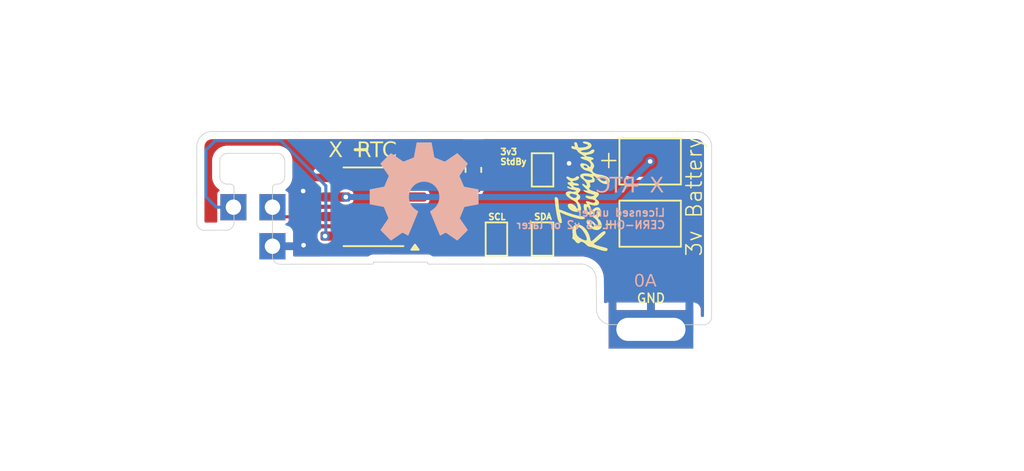
<source format=kicad_pcb>
(kicad_pcb (version 20240108) (generator "pcbnew") (generator_version "8.0")
  (layers (0 "F.Cu" signal) (31 "B.Cu" signal) (36 "B.SilkS" user "B.Silkscreen") (37 "F.SilkS" user "F.Silkscreen") (38 "B.Mask" user) (39 "F.Mask" user) (44 "Edge.Cuts" user))
  (net 0 "")
  (net 4 "GND")
  (net 5 "Net-(U1-SDA)")
  (net 6 "Net-(U1-SCL)")
  (net 7 "Net-(U1-VCC)")
  (net 8 "Net-(U1-VBAT)")
  (footprint "TestPads-Custom:TestPoint_Pad_1.0x2.0mm" (layer "F.Cu") (at 135 72)
    (property "Reference" "TP2" (hide yes))
    (property "Value" "SDA" (hide yes))
  )
  (footprint "TestPads-Custom:TestPoint_Pad_1.0x2.0mm" (layer "F.Cu") (at 135 67.5 180)
    (property "Reference" "TP4" (hide yes))
    (property "Value" "3v3 StdBy" (hide yes))
  )
  (footprint "TestPoint:TestPoint_THTPad_2.5x2.5mm_Drill1.2mm" (layer "F.Cu") (at 142.05 77.875 180)
    (property "Reference" "TP3" (hide yes))
    (property "Value" "TestPoint")
  )
  (footprint "Package_SO:SOIC-8_3.9x4.9mm_P1.27mm" (layer "F.Cu") (at 124 69.9 180)
    (property "Reference" "U1" (hide yes))
    (property "Value" "DS3231MZ" (hide yes))
  )
  (footprint "TestPads-Custom:TestPoint_Pad_1.0x2.0mm" (layer "F.Cu") (at 132 72)
    (property "Reference" "TP1" (hide yes))
    (property "Value" "SCL" (hide yes))
  )
  (footprint "TestPads-Custom:TestPoint_Pad_1.0x2.0mm" (layer "F.Cu") (at 142 71 -90)
    (property "Reference" "TP6" (hide yes))
    (property "Value" "Batt -" (hide yes))
  )
  (footprint "TestPads-Custom:TestPoint_Pad_1.0x2.0mm" (layer "F.Cu") (at 142 66.95 -90)
    (property "Reference" "TP5" (hide yes))
    (property "Value" "Batt +" (hide yes))
  )
  (footprint "Connector_PinSocket_2.54mm:PinSocket_2x08_P2.54mm_Vertical" (layer "F.Cu") (at 114.886777 85.166777 180)
    (property "Reference" "J3" (hide yes))
    (property "Value" "Xbox LPC" (hide yes))
  )
  (footprint "Capacitor_SMD:C_0603_1608Metric" (layer "F.Cu") (at 130.5 67.5 -90)
    (property "Reference" "C1" (hide yes))
    (property "Value" "0.1uF" (hide yes))
  )
  (gr_line (start 130.5 68.3) (end 135.1 68.3) (stroke (width 0.4)) (layer "F.Cu") (net 7))
  (gr_line (start 144.55 78) (end 144.55 75.025) (stroke (width 0.5)) (layer "F.Cu") (net 4))
  (gr_line (start 139.55 78.15) (end 139.55 75.05) (stroke (width 0.5)) (layer "F.Cu") (net 4))
  (gr_line (start 139.55 78.1) (end 139.55 75.5) (stroke (width 0.5)) (layer "B.Cu") (net 4))
  (gr_line (start 144.55 77.9) (end 144.55 75.425) (stroke (width 0.5)) (layer "B.Cu") (net 4))
  (gr_poly (pts (xy 127.74482 65.711054) (xy 127.746835 65.711203) (xy 127.748839 65.71145) (xy 127.750831 65.71179) (xy 127.752807 65.712223) (xy 127.754763 65.712745) (xy 127.756698 65.713354) (xy 127.758608 65.714047) (xy 127.76049 65.714822) (xy 127.762341 65.715676) (xy 127.764158 65.716608) (xy 127.765938 65.717614) (xy 127.767678 65.718692) (xy 127.769376 65.71984) (xy 127.771028 65.721055) (xy 127.772631 65.722334) (xy 127.774182 65.723676) (xy 127.775678 65.725077) (xy 127.777117 65.726535) (xy 127.778495 65.728049) (xy 127.779809 65.729614) (xy 127.781057 65.73123) (xy 127.782235 65.732892) (xy 127.78334 65.7346) (xy 127.784369 65.73635) (xy 127.78532 65.73814) (xy 127.786189 65.739967) (xy 127.786974 65.74183) (xy 127.787671 65.743725) (xy 127.788278 65.745649) (xy 127.78879 65.747602) (xy 127.789207 65.74958) (xy 127.956688 66.649322) (xy 127.957111 66.651315) (xy 127.957625 66.653316) (xy 127.958913 66.657324) (xy 127.960529 66.661319) (xy 127.96245 66.665275) (xy 127.964655 66.669167) (xy 127.96712 66.672968) (xy 127.969823 66.676651) (xy 127.972742 66.680192) (xy 127.975853 66.683563) (xy 127.979135 66.686739) (xy 127.982565 66.689693) (xy 127.986119 66.6924) (xy 127.989776 66.694833) (xy 127.993514 66.696966) (xy 127.995405 66.697912) (xy 127.997309 66.698773) (xy 127.99922 66.699546) (xy 128.001138 66.700227) (xy 128.604177 66.947084) (xy 128.607923 66.948733) (xy 128.611897 66.950111) (xy 128.616062 66.951219) (xy 128.620384 66.95206) (xy 128.624827 66.952637) (xy 128.629358 66.952952) (xy 128.63394 66.953007) (xy 128.63854 66.952805) (xy 128.643121 66.952348) (xy 128.64765 66.951639) (xy 128.652091 66.95068) (xy 128.656408 66.949472) (xy 128.660568 66.94802) (xy 128.664535 66.946325) (xy 128.668275 66.944389) (xy 128.671751 66.942215) (xy 129.423433 66.426384) (xy 129.425126 66.425281) (xy 129.426869 66.424264) (xy 129.428659 66.423332) (xy 129.430491 66.422486) (xy 129.432362 66.421724) (xy 129.434267 66.421047) (xy 129.436204 66.420454) (xy 129.438167 66.419945) (xy 129.440154 66.419519) (xy 129.442161 66.419176) (xy 129.446217 66.418738) (xy 129.450306 66.418628) (xy 129.454395 66.418843) (xy 129.458456 66.419381) (xy 129.462457 66.420239) (xy 129.466367 66.421413) (xy 129.468279 66.422118) (xy 129.470157 66.422901) (xy 129.471997 66.423762) (xy 129.473795 66.424701) (xy 129.475547 66.425717) (xy 129.477251 66.426809) (xy 129.4789 66.427978) (xy 129.480493 66.429223) (xy 129.482025 66.430544) (xy 129.483493 66.43194) (xy 130.116535 67.064982) (xy 130.117931 67.06645) (xy 130.11925 67.067982) (xy 130.120494 67.069576) (xy 130.121661 67.071227) (xy 130.122752 67.072931) (xy 130.123765 67.074685) (xy 130.125559 67.078326) (xy 130.127041 67.08212) (xy 130.128209 67.086035) (xy 130.12906 67.090041) (xy 130.129592 67.094106) (xy 130.129803 67.098201) (xy 130.129691 67.102294) (xy 130.129253 67.106355) (xy 130.128486 67.110352) (xy 130.127389 67.114256) (xy 130.126716 67.116163) (xy 130.125959 67.118035) (xy 130.125119 67.119868) (xy 130.124194 67.121658) (xy 130.123185 67.123402) (xy 130.122091 67.125095) (xy 129.615255 67.863812) (xy 129.613075 67.867304) (xy 129.611141 67.871049) (xy 129.609453 67.875015) (xy 129.608015 67.879165) (xy 129.60683 67.883468) (xy 129.605898 67.887888) (xy 129.605222 67.892391) (xy 129.604804 67.896945) (xy 129.604647 67.901513) (xy 129.604752 67.906063) (xy 129.605123 67.910561) (xy 129.60576 67.914972) (xy 129.606666 67.919262) (xy 129.607844 67.923398) (xy 129.609295 67.927345) (xy 129.611022 67.931069) (xy 129.877669 68.553157) (xy 129.879192 68.556977) (xy 129.881065 68.560762) (xy 129.88326 68.564489) (xy 129.885751 68.568137) (xy 129.888513 68.571682) (xy 129.891519 68.575101) (xy 129.894741 68.578373) (xy 129.898155 68.581474) (xy 129.901732 68.584383) (xy 129.905448 68.587076) (xy 129.909275 68.589532) (xy 129.913187 68.591726) (xy 129.917158 68.593638) (xy 129.92116 68.595244) (xy 129.925169 68.596522) (xy 129.929157 68.597449) (xy 130.799054 68.759215) (xy 130.799055 68.759217) (xy 130.801028 68.759643) (xy 130.802976 68.760164) (xy 130.804896 68.760778) (xy 130.806787 68.761482) (xy 130.808646 68.762273) (xy 130.81047 68.763148) (xy 130.812256 68.764104) (xy 130.814003 68.765137) (xy 130.817367 68.767427) (xy 130.820543 68.769994) (xy 130.823509 68.772815) (xy 130.826247 68.775865) (xy 130.828737 68.779122) (xy 130.830957 68.782562) (xy 130.83289 68.786162) (xy 130.833741 68.788014) (xy 130.834513 68.789897) (xy 130.835203 68.791809) (xy 130.835809 68.793746) (xy 130.836327 68.795705) (xy 130.836756 68.797683) (xy 130.837092 68.799677) (xy 130.837335 68.801686) (xy 130.83748 68.803704) (xy 130.837525 68.80573) (xy 130.837419 69.701027) (xy 130.837369 69.703049) (xy 130.837218 69.705064) (xy 130.836971 69.70707) (xy 130.83663 69.709064) (xy 130.836196 69.711042) (xy 130.835673 69.713001) (xy 130.835063 69.714939) (xy 130.834368 69.716852) (xy 130.833591 69.718737) (xy 130.832735 69.720592) (xy 130.831802 69.722413) (xy 130.830794 69.724197) (xy 130.829715 69.725942) (xy 130.828565 69.727643) (xy 130.827349 69.729299) (xy 130.826069 69.730906) (xy 130.824726 69.73246) (xy 130.823323 69.73396) (xy 130.821864 69.735402) (xy 130.82035 69.736783) (xy 130.818785 69.7381) (xy 130.817169 69.739349) (xy 130.815507 69.740529) (xy 130.8138 69.741635) (xy 130.812051 69.742665) (xy 130.810263 69.743616) (xy 130.808438 69.744485) (xy 130.806578 69.745268) (xy 130.804686 69.745963) (xy 130.802764 69.746567) (xy 130.800816 69.747076) (xy 130.798843 69.747488) (xy 129.950324 69.905392) (xy 129.948327 69.905801) (xy 129.946325 69.906303) (xy 129.944322 69.906895) (xy 129.942321 69.907573) (xy 129.938339 69.909179) (xy 129.934402 69.911097) (xy 129.930537 69.913304) (xy 129.926769 69.915776) (xy 129.923124 69.918491) (xy 129.919626 69.921425) (xy 129.916301 69.924556) (xy 129.913175 69.927858) (xy 129.910272 69.931311) (xy 129.907618 69.934889) (xy 129.905239 69.938571) (xy 129.903159 69.942332) (xy 129.901404 69.94615) (xy 129.900657 69.948072) (xy 129.9 69.95) (xy 129.635099 70.611723) (xy 129.63346 70.615487) (xy 129.632094 70.619474) (xy 129.630998 70.623648) (xy 129.630169 70.627975) (xy 129.629604 70.632421) (xy 129.629301 70.636951) (xy 129.629257 70.641531) (xy 129.62947 70.646126) (xy 129.629936 70.650702) (xy 129.630653 70.655225) (xy 129.631618 70.659659) (xy 129.632829 70.66397) (xy 129.634283 70.668124) (xy 129.635976 70.672087) (xy 129.637907 70.675823) (xy 129.640073 70.679299) (xy 130.122091 71.381661) (xy 130.123194 71.383354) (xy 130.124211 71.385098) (xy 130.125142 71.386889) (xy 130.125989 71.388723) (xy 130.12675 71.390596) (xy 130.127428 71.392505) (xy 130.128021 71.394444) (xy 130.12853 71.396412) (xy 130.128956 71.398403) (xy 130.129299 71.400413) (xy 130.129737 71.404478) (xy 130.129846 71.408576) (xy 130.129631 71.412676) (xy 130.129093 71.416747) (xy 130.128236 71.420757) (xy 130.127061 71.424677) (xy 130.126356 71.426593) (xy 130.125573 71.428474) (xy 130.124712 71.430318) (xy 130.123773 71.432119) (xy 130.122758 71.433874) (xy 130.121665 71.43558) (xy 130.120496 71.437232) (xy 130.119251 71.438826) (xy 130.11793 71.440359) (xy 130.116534 71.441827) (xy 129.483387 72.074869) (xy 129.481928 72.076255) (xy 129.480405 72.077567) (xy 129.478819 72.078804) (xy 129.477175 72.079965) (xy 129.475476 72.08105) (xy 129.473728 72.082059) (xy 129.470095 72.083848) (xy 129.466308 72.085328) (xy 129.462397 72.086496) (xy 129.458394 72.08735) (xy 129.454329 72.087886) (xy 129.450233 72.088103) (xy 129.446139 72.087997) (xy 129.442076 72.087565) (xy 129.438076 72.086805) (xy 129.43417 72.085714) (xy 129.432262 72.085043) (xy 129.430389 72.084289) (xy 129.428555 72.08345) (xy 129.426764 72.082527) (xy 129.42502 72.081519) (xy 129.423326 72.080425) (xy 128.733346 71.606874) (xy 128.729877 71.604715) (xy 128.726163 71.602822) (xy 128.722235 71.601195) (xy 128.718129 71.599836) (xy 128.713878 71.598745) (xy 128.709515 71.597922) (xy 128.705075 71.597368) (xy 128.700591 71.597084) (xy 128.696097 71.597071) (xy 128.691627 71.597328) (xy 128.687214 71.597857) (xy 128.682893 71.598658) (xy 128.678697 71.599733) (xy 128.674661 71.60108) (xy 128.670817 71.602702) (xy 128.6672 71.604598) (xy 128.362929 71.767052) (xy 128.36111 71.767918) (xy 128.359275 71.768678) (xy 128.357429 71.769335) (xy 128.355574 71.76989) (xy 128.353713 71.770344) (xy 128.35185 71.770698) (xy 128.349987 71.770953) (xy 128.348128 71.77111) (xy 128.346277 71.771172) (xy 128.344435 71.771137) (xy 128.342607 71.771009) (xy 128.340796 71.770788) (xy 128.339004 71.770475) (xy 128.337235 71.770071) (xy 128.335492 71.769578) (xy 128.333779 71.768997) (xy 128.332098 71.768329) (xy 128.330452 71.767574) (xy 128.328845 71.766735) (xy 128.32728 71.765812) (xy 128.32576 71.764807) (xy 128.324289 71.76372) (xy 128.322869 71.762553) (xy 128.321503 71.761308) (xy 128.320195 71.759984) (xy 128.318948 71.758584) (xy 128.317765 71.757108) (xy 128.31665 71.755558) (xy 128.315604 71.753935) (xy 128.314633 71.752239) (xy 128.313738 71.750473) (xy 128.312923 71.748638) (xy 127.685596 70.232681) (xy 127.684871 70.230795) (xy 127.684241 70.228881) (xy 127.683707 70.226941) (xy 127.683266 70.22498) (xy 127.682918 70.223002) (xy 127.682661 70.221009) (xy 127.682494 70.219005) (xy 127.682416 70.216994) (xy 127.682425 70.21498) (xy 127.682521 70.212967) (xy 127.682702 70.210957) (xy 127.682967 70.208954) (xy 127.683315 70.206962) (xy 127.683744 70.204985) (xy 127.684253 70.203027) (xy 127.684842 70.20109) (xy 127.685508 70.199178) (xy 127.686251 70.197296) (xy 127.687069 70.195446) (xy 127.687962 70.193632) (xy 127.688927 70.191858) (xy 127.689964 70.190128) (xy 127.691072 70.188445) (xy 127.692248 70.186812) (xy 127.693493 70.185234) (xy 127.694805 70.183713) (xy 127.696183 70.182254) (xy 127.697624 70.18086) (xy 127.699129 70.179535) (xy 127.700696 70.178282) (xy 127.702324 70.177105) (xy 127.704011 70.176008) (xy 127.780158 70.129388) (xy 127.785639 70.125897) (xy 127.791491 70.121913) (xy 127.797603 70.117522) (xy 127.803865 70.112811) (xy 127.810167 70.107867) (xy 127.816398 70.102777) (xy 127.822448 70.097627) (xy 127.828206 70.092505) (xy 127.878614 70.058001) (xy 127.926722 70.020539) (xy 127.972397 69.980249) (xy 128.01551 69.937261) (xy 128.055928 69.891705) (xy 128.09352 69.843713) (xy 128.128156 69.793414) (xy 128.159703 69.74094) (xy 128.18803 69.68642) (xy 128.213006 69.629986) (xy 128.234501 69.571768) (xy 128.252381 69.511896) (xy 128.266517 69.450502) (xy 128.276776 69.387715) (xy 128.283028 69.323665) (xy 128.285142 69.258485) (xy 128.283853 69.207532) (xy 128.28003 69.157249) (xy 128.273733 69.107697) (xy 128.265026 69.058938) (xy 128.253971 69.011034) (xy 128.240629 68.964049) (xy 128.225063 68.918043) (xy 128.207335 68.87308) (xy 128.187508 68.829221) (xy 128.165643 68.786529) (xy 128.141803 68.745065) (xy 128.11605 68.704893) (xy 128.088446 68.666074) (xy 128.059054 68.62867) (xy 128.027935 68.592744) (xy 127.995152 68.558358) (xy 127.960767 68.525574) (xy 127.924843 68.494454) (xy 127.887441 68.465061) (xy 127.848623 68.437456) (xy 127.808453 68.411703) (xy 127.766992 68.387862) (xy 127.724302 68.365997) (xy 127.680446 68.346169) (xy 127.635485 68.328441) (xy 127.589483 68.312875) (xy 127.542501 68.299533) (xy 127.494601 68.288477) (xy 127.445846 68.27977) (xy 127.396298 68.273473) (xy 127.346019 68.26965) (xy 127.295071 68.268362) (xy 127.244123 68.26965) (xy 127.193844 68.273473) (xy 127.144295 68.27977) (xy 127.095539 68.288477) (xy 127.047638 68.299533) (xy 127.000654 68.312875) (xy 126.95465 68.328441) (xy 126.909688 68.346169) (xy 126.86583 68.365997) (xy 126.823138 68.387862) (xy 126.781675 68.411703) (xy 126.741502 68.437456) (xy 126.702683 68.465061) (xy 126.665278 68.494454) (xy 126.629351 68.525574) (xy 126.594964 68.558358) (xy 126.562179 68.592744) (xy 126.531057 68.62867) (xy 126.501662 68.666074) (xy 126.474056 68.704893) (xy 126.448301 68.745065) (xy 126.424459 68.786529) (xy 126.402592 68.829221) (xy 126.382762 68.87308) (xy 126.365033 68.918043) (xy 126.349465 68.964049) (xy 126.336122 69.011034) (xy 126.325065 69.058938) (xy 126.316357 69.107697) (xy 126.31006 69.157249) (xy 126.306236 69.207532) (xy 126.304948 69.258485) (xy 126.305479 69.291208) (xy 126.307061 69.323665) (xy 126.309679 69.35584) (xy 126.313315 69.387715) (xy 126.317953 69.419274) (xy 126.323577 69.450502) (xy 126.33017 69.481381) (xy 126.337715 69.511896) (xy 126.346197 69.542031) (xy 126.355599 69.571768) (xy 126.365904 69.601092) (xy 126.377097 69.629986) (xy 126.389159 69.658434) (xy 126.402076 69.68642) (xy 126.430406 69.74094) (xy 126.461955 69.793414) (xy 126.496592 69.843713) (xy 126.534185 69.891705) (xy 126.574602 69.937261) (xy 126.617711 69.980249) (xy 126.663383 70.020539) (xy 126.711483 70.058001) (xy 126.761883 70.092505) (xy 126.767674 70.097627) (xy 126.773745 70.102777) (xy 126.779988 70.107867) (xy 126.786297 70.112811) (xy 126.792563 70.117522) (xy 126.79868 70.121913) (xy 126.80454 70.125897) (xy 126.810037 70.129388) (xy 126.886184 70.176008) (xy 126.88788 70.177105) (xy 126.889517 70.178282) (xy 126.891091 70.179535) (xy 126.892603 70.18086) (xy 126.894051 70.182254) (xy 126.895433 70.183713) (xy 126.897998 70.186812) (xy 126.900288 70.190128) (xy 126.902293 70.193632) (xy 126.904005 70.197296) (xy 126.905412 70.20109) (xy 126.906507 70.204985) (xy 126.907279 70.208954) (xy 126.907718 70.212967) (xy 126.907816 70.216994) (xy 126.907562 70.221009) (xy 126.907301 70.223002) (xy 126.906948 70.22498) (xy 126.906503 70.226941) (xy 126.905963 70.228881) (xy 126.905329 70.230795) (xy 126.904599 70.232681) (xy 126.277219 71.748584) (xy 126.276404 71.75042) (xy 126.275509 71.752186) (xy 126.274536 71.753882) (xy 126.27349 71.755506) (xy 126.272373 71.757058) (xy 126.271189 71.758535) (xy 126.269941 71.759936) (xy 126.268632 71.761261) (xy 126.267264 71.762509) (xy 126.265842 71.763677) (xy 126.264369 71.764765) (xy 126.262848 71.765772) (xy 126.261281 71.766697) (xy 126.259673 71.767538) (xy 126.258026 71.768293) (xy 126.256343 71.768963) (xy 126.254629 71.769546) (xy 126.252885 71.77004) (xy 126.251115 71.770444) (xy 126.249323 71.770758) (xy 126.247511 71.770979) (xy 126.245683 71.771107) (xy 126.243842 71.771141) (xy 126.241991 71.771079) (xy 126.240134 71.77092) (xy 126.238273 71.770664) (xy 126.236411 71.770308) (xy 126.234553 71.769852) (xy 126.232701 71.769294) (xy 126.230858 71.768633) (xy 126.229027 71.767868) (xy 126.227213 71.766999) (xy 125.922942 71.604545) (xy 125.919333 71.602649) (xy 125.915496 71.601029) (xy 125.911464 71.599684) (xy 125.907271 71.598612) (xy 125.902951 71.597814) (xy 125.898539 71.597289) (xy 125.894067 71.597034) (xy 125.889571 71.597051) (xy 125.885084 71.597337) (xy 125.880641 71.597892) (xy 125.876275 71.598715) (xy 125.87202 71.599805) (xy 125.867911 71.601161) (xy 125.863981 71.602783) (xy 125.860265 71.60467) (xy 125.856796 71.606821) (xy 125.166868 72.080372) (xy 125.16517 72.081465) (xy 125.163422 72.082473) (xy 125.161627 72.083396) (xy 125.159791 72.084235) (xy 125.157915 72.084989) (xy 125.156005 72.08566) (xy 125.154064 72.086247) (xy 125.152096 72.086751) (xy 125.150104 72.087172) (xy 125.148094 72.087511) (xy 125.14403 72.087943) (xy 125.139935 72.088049) (xy 125.135839 72.087832) (xy 125.131774 72.087296) (xy 125.127771 72.086442) (xy 125.123859 72.085274) (xy 125.121947 72.084573) (xy 125.120069 72.083794) (xy 125.11823 72.082938) (xy 125.116434 72.082006) (xy 125.114683 72.080996) (xy 125.112982 72.079911) (xy 125.111335 72.07875) (xy 125.109746 72.077513) (xy 125.108218 72.076201) (xy 125.106755 72.074815) (xy 124.473607 71.441773) (xy 124.472216 71.440305) (xy 124.4709 71.438772) (xy 124.469659 71.437178) (xy 124.468494 71.435526) (xy 124.467405 71.433821) (xy 124.466392 71.432065) (xy 124.464598 71.42842) (xy 124.463114 71.424623) (xy 124.461943 71.420703) (xy 124.461087 71.416693) (xy 124.46055 71.412622) (xy 124.460334 71.408523) (xy 124.460442 71.404425) (xy 124.460877 71.40036) (xy 124.461641 71.396358) (xy 124.462738 71.392451) (xy 124.463412 71.390543) (xy 124.46417 71.38867) (xy 124.465013 71.386836) (xy 124.46594 71.385045) (xy 124.466953 71.3833) (xy 124.468051 71.381607) (xy 124.950016 70.679244) (xy 124.9522 70.675769) (xy 124.954145 70.672032) (xy 124.95585 70.66807) (xy 124.957313 70.663916) (xy 124.95853 70.659604) (xy 124.959499 70.65517) (xy 124.960218 70.650648) (xy 124.960685 70.646072) (xy 124.960897 70.641477) (xy 124.960852 70.636897) (xy 124.960547 70.632367) (xy 124.95998 70.627921) (xy 124.959149 70.623593) (xy 124.95805 70.619419) (xy 124.956683 70.615433) (xy 124.955043 70.611669) (xy 124.690142 69.949946) (xy 124.68949 69.948018) (xy 124.688746 69.946095) (xy 124.686995 69.942278) (xy 124.684914 69.938516) (xy 124.682531 69.934835) (xy 124.679872 69.931256) (xy 124.676961 69.927804) (xy 124.673825 69.924501) (xy 124.67049 69.921371) (xy 124.666983 69.918437) (xy 124.663328 69.915722) (xy 124.659552 69.913249) (xy 124.655681 69.911042) (xy 124.651741 69.909124) (xy 124.647758 69.907519) (xy 124.643757 69.906249) (xy 124.641759 69.905747) (xy 124.639766 69.905337) (xy 123.791247 69.747434) (xy 123.789269 69.747022) (xy 123.787317 69.746513) (xy 123.785392 69.745909) (xy 123.783497 69.745214) (xy 123.781635 69.744431) (xy 123.779807 69.743562) (xy 123.778017 69.742611) (xy 123.776267 69.741581) (xy 123.77456 69.740474) (xy 123.772897 69.739295) (xy 123.769716 69.736728) (xy 123.766744 69.733906) (xy 123.764001 69.730851) (xy 123.761507 69.727589) (xy 123.759281 69.724143) (xy 123.757344 69.720537) (xy 123.755714 69.716797) (xy 123.755021 69.714884) (xy 123.754412 69.712947) (xy 123.75389 69.710987) (xy 123.753458 69.709009) (xy 123.753117 69.707016) (xy 123.752871 69.70501) (xy 123.752721 69.702995) (xy 123.752671 69.700973) (xy 123.752618 68.805676) (xy 123.752668 68.803655) (xy 123.752817 68.801641) (xy 123.753063 68.799637) (xy 123.753403 68.797646) (xy 123.753834 68.795671) (xy 123.754355 68.793716) (xy 123.754962 68.791782) (xy 123.755654 68.789874) (xy 123.756427 68.787993) (xy 123.75728 68.786143) (xy 123.75821 68.784327) (xy 123.759215 68.782548) (xy 123.760291 68.780809) (xy 123.761437 68.779112) (xy 123.762651 68.77746) (xy 123.763929 68.775857) (xy 123.765269 68.774306) (xy 123.766669 68.772809) (xy 123.768127 68.771369) (xy 123.76964 68.76999) (xy 123.771205 68.768674) (xy 123.772821 68.767424) (xy 123.774484 68.766244) (xy 123.776192 68.765135) (xy 123.777943 68.764101) (xy 123.779735 68.763146) (xy 123.781564 68.762271) (xy 123.783429 68.76148) (xy 123.785327 68.760776) (xy 123.787255 68.760162) (xy 123.789212 68.759641) (xy 123.791194 68.759215) (xy 124.661038 68.597449) (xy 124.663037 68.59703) (xy 124.665044 68.596522) (xy 124.669067 68.595244) (xy 124.673081 68.593638) (xy 124.67706 68.591726) (xy 124.680978 68.589532) (xy 124.684808 68.587076) (xy 124.688524 68.584383) (xy 124.6921 68.581474) (xy 124.69551 68.578373) (xy 124.698728 68.575101) (xy 124.701727 68.571682) (xy 124.704481 68.568137) (xy 124.706964 68.564489) (xy 124.70915 68.560762) (xy 124.711013 68.556977) (xy 124.711815 68.55507) (xy 124.712526 68.553157) (xy 124.979226 67.931069) (xy 124.980944 67.927345) (xy 124.982387 67.923398) (xy 124.983558 67.919262) (xy 124.984459 67.914972) (xy 124.985093 67.910561) (xy 124.985461 67.906063) (xy 124.985566 67.901513) (xy 124.985411 67.896945) (xy 124.984996 67.892391) (xy 124.984326 67.887888) (xy 124.983401 67.883468) (xy 124.982225 67.879165) (xy 124.980799 67.875015) (xy 124.979125 67.871049) (xy 124.977207 67.867304) (xy 124.975046 67.863812) (xy 124.468157 67.125095) (xy 124.467054 67.123402) (xy 124.466037 67.121658) (xy 124.465107 67.119868) (xy 124.464261 67.118035) (xy 124.4635 67.116163) (xy 124.462825 67.114256) (xy 124.462233 67.112318) (xy 124.461725 67.110352) (xy 124.461301 67.108363) (xy 124.460959 67.106355) (xy 124.460525 67.102294) (xy 124.460418 67.098201) (xy 124.460636 67.094106) (xy 124.461176 67.090041) (xy 124.462035 67.086035) (xy 124.463209 67.08212) (xy 124.463914 67.080206) (xy 124.464697 67.078326) (xy 124.465557 67.076485) (xy 124.466494 67.074685) (xy 124.467507 67.072931) (xy 124.468597 67.071227) (xy 124.469763 67.069576) (xy 124.471005 67.067982) (xy 124.472322 67.06645) (xy 124.473713 67.064982) (xy 125.106808 66.43194) (xy 125.108271 66.430544) (xy 125.109799 66.429223) (xy 125.111388 66.427978) (xy 125.113035 66.426809) (xy 125.114736 66.425717) (xy 125.116487 66.424701) (xy 125.120122 66.422901) (xy 125.123912 66.421413) (xy 125.127824 66.420239) (xy 125.131827 66.419381) (xy 125.135892 66.418843) (xy 125.139988 66.418628) (xy 125.144083 66.418738) (xy 125.148147 66.419176) (xy 125.152149 66.419945) (xy 125.156058 66.421047) (xy 125.157968 66.421724) (xy 125.159843 66.422486) (xy 125.16168 66.423332) (xy 125.163475 66.424264) (xy 125.165223 66.425281) (xy 125.166921 66.426384) (xy 125.91855 66.942215) (xy 125.922017 66.944389) (xy 125.925748 66.946325) (xy 125.929709 66.94802) (xy 125.933863 66.949472) (xy 125.938177 66.95068) (xy 125.942614 66.951639) (xy 125.947141 66.952348) (xy 125.951722 66.952805) (xy 125.956322 66.953007) (xy 125.960906 66.952952) (xy 125.96544 66.952637) (xy 125.969888 66.95206) (xy 125.974215 66.951219) (xy 125.978387 66.950111) (xy 125.982368 66.948733) (xy 125.986124 66.947084) (xy 126.589215 66.700227) (xy 126.593054 66.698773) (xy 126.596855 66.696966) (xy 126.600597 66.694833) (xy 126.604257 66.6924) (xy 126.607813 66.689693) (xy 126.611242 66.686739) (xy 126.614522 66.683563) (xy 126.617632 66.680192) (xy 126.620547 66.676651) (xy 126.623247 66.672968) (xy 126.625709 66.669167) (xy 126.627911 66.665275) (xy 126.629829 66.661319) (xy 126.631443 66.657324) (xy 126.632729 66.653316) (xy 126.633665 66.649322) (xy 126.801094 65.74958) (xy 126.80151 65.747602) (xy 126.802023 65.745649) (xy 126.802629 65.743725) (xy 126.803326 65.74183) (xy 126.804111 65.739967) (xy 126.80498 65.73814) (xy 126.805931 65.73635) (xy 126.80696 65.7346) (xy 126.808065 65.732892) (xy 126.809242 65.73123) (xy 126.811803 65.728049) (xy 126.814618 65.725077) (xy 126.817663 65.722334) (xy 126.820915 65.71984) (xy 126.82435 65.717614) (xy 126.827943 65.715676) (xy 126.829791 65.714822) (xy 126.831671 65.714047) (xy 126.833577 65.713354) (xy 126.835509 65.712745) (xy 126.837462 65.712223) (xy 126.839434 65.71179) (xy 126.841422 65.71145) (xy 126.843422 65.711203) (xy 126.845432 65.711054) (xy 126.847449 65.711003) (xy 127.742799 65.711003)) (stroke (width -0.000001)) (fill solid) (layer "B.SilkS"))
  (gr_poly (pts (xy 136.886705 65.97592) (xy 136.889483 65.972503) (xy 136.892388 65.969266) (xy 136.89541 65.966212) (xy 136.898547 65.963336) (xy 136.901789 65.960647) (xy 136.90513 65.958138) (xy 136.908563 65.955817) (xy 136.912083 65.953685) (xy 136.915684 65.951735) (xy 136.919358 65.94998) (xy 136.923096 65.94841) (xy 136.926899 65.947033) (xy 136.930751 65.945851) (xy 136.934653 65.94486) (xy 136.938598 65.944064) (xy 136.942574 65.943463) (xy 136.946579 65.943058) (xy 136.950607 65.942854) (xy 136.95465 65.942848) (xy 136.9587 65.94304) (xy 136.962753 65.943436) (xy 136.966801 65.944034) (xy 136.970841 65.944837) (xy 136.97486 65.945842) (xy 136.978856 65.947057) (xy 136.982822 65.948475) (xy 136.986751 65.950104) (xy 136.990637 65.951942) (xy 136.994474 65.95399) (xy 136.998257 65.956252) (xy 137.001974 65.958724) (xy 137.010454 65.964461) (xy 137.018553 65.969534) (xy 137.026265 65.97394) (xy 137.033594 65.977695) (xy 137.040533 65.980794) (xy 137.047083 65.983245) (xy 137.053239 65.985054) (xy 137.059002 65.986221) (xy 137.064366 65.986749) (xy 137.069332 65.986647) (xy 137.073896 65.985919) (xy 137.078055 65.984562) (xy 137.081808 65.982587) (xy 137.085154 65.979997) (xy 137.08809 65.976793) (xy 137.090611 65.972987) (xy 137.092718 65.968571) (xy 137.094407 65.963557) (xy 137.095675 65.957947) (xy 137.096524 65.951749) (xy 137.096945 65.944962) (xy 137.096944 65.937592) (xy 137.096514 65.929643) (xy 137.095649 65.921118) (xy 137.094354 65.912024) (xy 137.092623 65.902361) (xy 137.090456 65.892139) (xy 137.087845 65.881357) (xy 137.081301 65.858134) (xy 137.07297 65.832726) (xy 137.067841 65.816526) (xy 137.063735 65.801617) (xy 137.062073 65.794631) (xy 137.060676 65.787947) (xy 137.059552 65.781562) (xy 137.058695 65.775467) (xy 137.058117 65.769654) (xy 137.057817 65.764119) (xy 137.057799 65.758853) (xy 137.058066 65.753856) (xy 137.058623 65.749114) (xy 137.059473 65.744623) (xy 137.060618 65.740377) (xy 137.06206 65.736372) (xy 137.063804 65.732595) (xy 137.065856 65.729045) (xy 137.068216 65.725712) (xy 137.070886 65.722594) (xy 137.073875 65.719676) (xy 137.07718 65.716963) (xy 137.080807 65.714441) (xy 137.084757 65.712104) (xy 137.089039 65.709946) (xy 137.093651 65.707963) (xy 137.098599 65.706145) (xy 137.103887 65.704489) (xy 137.109511 65.702985) (xy 137.115486 65.701627) (xy 137.121807 65.700413) (xy 137.12848 65.699329) (xy 137.141598 65.697174) (xy 137.153863 65.696309) (xy 137.159699 65.696387) (xy 137.165348 65.696817) (xy 137.170823 65.697613) (xy 137.176129 65.698778) (xy 137.181279 65.70033) (xy 137.186278 65.702278) (xy 137.191139 65.70463) (xy 137.19587 65.707394) (xy 137.20048 65.710584) (xy 137.204977 65.714209) (xy 137.209372 65.718281) (xy 137.213676 65.722809) (xy 137.217894 65.727802) (xy 137.222036 65.733272) (xy 137.230135 65.745678) (xy 137.238044 65.760116) (xy 137.245842 65.776662) (xy 137.253594 65.795401) (xy 137.261382 65.816413) (xy 137.269277 65.83978) (xy 137.277353 65.865586) (xy 137.331892 66.048476) (xy 137.567031 66.037413) (xy 137.600596 66.035727) (xy 137.63295 66.033246) (xy 137.664038 66.030019) (xy 137.693816 66.026087) (xy 137.722234 66.021499) (xy 137.749249 66.016293) (xy 137.774807 66.010521) (xy 137.798868 66.004228) (xy 137.821378 65.997454) (xy 137.842299 65.990249) (xy 137.861572 65.982654) (xy 137.879156 65.974717) (xy 137.895005 65.966484) (xy 137.909069 65.957997) (xy 137.921301 65.949302) (xy 137.931653 65.940443) (xy 137.940081 65.931468) (xy 137.946534 65.922421) (xy 137.950965 65.913347) (xy 137.953328 65.90429) (xy 137.953575 65.895296) (xy 137.951662 65.886411) (xy 137.947533 65.877678) (xy 137.941149 65.869144) (xy 137.93246 65.860853) (xy 137.921418 65.85285) (xy 137.907979 65.84518) (xy 137.892091 65.837885) (xy 137.873708 65.83102) (xy 137.852785 65.824619) (xy 137.829273 65.818736) (xy 137.80312 65.813409) (xy 137.781978 65.809159) (xy 137.76212 65.804346) (xy 137.743554 65.799017) (xy 137.726281 65.793228) (xy 137.710307 65.78703) (xy 137.695637 65.780469) (xy 137.682273 65.773606) (xy 137.670225 65.766485) (xy 137.659492 65.759165) (xy 137.650084 65.751693) (xy 137.642004 65.744121) (xy 137.635254 65.736502) (xy 137.629843 65.728889) (xy 137.62577 65.721332) (xy 137.623043 65.713883) (xy 137.621669 65.706594) (xy 137.621651 65.699518) (xy 137.62299 65.692706) (xy 137.625695 65.686209) (xy 137.629769 65.68008) (xy 137.635219 65.674372) (xy 137.642045 65.669136) (xy 137.650257 65.664421) (xy 137.659856 65.660281) (xy 137.670851 65.65677) (xy 137.68324 65.653938) (xy 137.697031 65.651834) (xy 137.71223 65.650516) (xy 137.72884 65.650031) (xy 137.74687 65.650434) (xy 137.766317 65.651776) (xy 137.78719 65.654102) (xy 137.837791 65.66194) (xy 137.884955 65.671527) (xy 137.92869 65.682751) (xy 137.969003 65.695496) (xy 138.005905 65.709644) (xy 138.039403 65.725086) (xy 138.069506 65.741703) (xy 138.096226 65.759382) (xy 138.119565 65.778007) (xy 138.139534 65.79746) (xy 138.156147 65.81763) (xy 138.169406 65.838403) (xy 138.179323 65.85966) (xy 138.185905 65.881286) (xy 138.189162 65.903167) (xy 138.189103 65.92519) (xy 138.185736 65.947238) (xy 138.179066 65.969197) (xy 138.169107 65.990951) (xy 138.155869 66.012385) (xy 138.139353 66.033382) (xy 138.119573 66.053832) (xy 138.096539 66.073612) (xy 138.070253 66.092619) (xy 138.040732 66.110727) (xy 138.007978 66.127823) (xy 137.972005 66.143797) (xy 137.932815 66.158527) (xy 137.890424 66.171902) (xy 137.844838 66.18381) (xy 137.796063 66.19413) (xy 137.74411 66.202749) (xy 137.683472 66.212635) (xy 137.631172 66.223146) (xy 137.5872 66.234148) (xy 137.551543 66.245508) (xy 137.536827 66.251275) (xy 137.524188 66.257087) (xy 137.513621 66.262917) (xy 137.505126 66.268754) (xy 137.498698 66.274578) (xy 137.494339 66.280375) (xy 137.492047 66.286127) (xy 137.491822 66.291812) (xy 137.49366 66.297425) (xy 137.497563 66.302938) (xy 137.503524 66.308339) (xy 137.511545 66.313611) (xy 137.521625 66.318738) (xy 137.533761 66.323699) (xy 137.54795 66.328484) (xy 137.564195 66.333067) (xy 137.602839 66.341586) (xy 137.649679 66.349112) (xy 137.704705 66.355517) (xy 137.7679 66.360665) (xy 137.793201 66.361715) (xy 137.818349 66.361651) (xy 137.8433 66.360492) (xy 137.868004 66.358243) (xy 137.892408 66.354922) (xy 137.916468 66.350535) (xy 137.940135 66.345094) (xy 137.963359 66.338614) (xy 137.986095 66.331103) (xy 138.008291 66.322571) (xy 138.029899 66.313038) (xy 138.050871 66.302506) (xy 138.071162 66.290991) (xy 138.090717 66.278506) (xy 138.109494 66.265056) (xy 138.12744 66.250663) (xy 138.142865 66.237862) (xy 138.158107 66.226203) (xy 138.173138 66.215669) (xy 138.187913 66.206239) (xy 138.202397 66.197904) (xy 138.21655 66.190647) (xy 138.23034 66.184453) (xy 138.243729 66.179308) (xy 138.25667 66.175197) (xy 138.269138 66.172103) (xy 138.281085 66.170014) (xy 138.292482 66.168915) (xy 138.303286 66.168786) (xy 138.313464 66.169619) (xy 138.322974 66.171397) (xy 138.33178 66.174102) (xy 138.339845 66.177724) (xy 138.347131 66.182243) (xy 138.353602 66.187648) (xy 138.359219 66.193923) (xy 138.363946 66.201053) (xy 138.367741 66.209019) (xy 138.370571 66.217812) (xy 138.3724 66.227416) (xy 138.373185 66.237815) (xy 138.372892 66.248994) (xy 138.371483 66.260938) (xy 138.368921 66.273632) (xy 138.365166 66.287062) (xy 138.360185 66.301212) (xy 138.353935 66.316065) (xy 138.346381 66.331615) (xy 138.338637 66.345853) (xy 138.329296 66.359522) (xy 138.318383 66.372624) (xy 138.305922 66.385166) (xy 138.29194 66.397143) (xy 138.276453 66.40856) (xy 138.259495 66.419418) (xy 138.241083 66.429717) (xy 138.221243 66.439462) (xy 138.199999 66.448653) (xy 138.177377 66.457292) (xy 138.153396 66.465379) (xy 138.128085 66.472919) (xy 138.101468 66.479912) (xy 138.073566 66.486358) (xy 138.044407 66.492259) (xy 137.992728 66.501652) (xy 137.947641 66.511177) (xy 137.90916 66.520805) (xy 137.877287 66.530499) (xy 137.863834 66.535357) (xy 137.852034 66.540223) (xy 137.841891 66.545086) (xy 137.833411 66.549945) (xy 137.826585 66.554796) (xy 137.821421 66.559633) (xy 137.817919 66.564451) (xy 137.81608 66.569249) (xy 137.815903 66.574019) (xy 137.817389 66.578761) (xy 137.820545 66.583466) (xy 137.825364 66.588133) (xy 137.831854 66.592756) (xy 137.840012 66.59733) (xy 137.849838 66.601856) (xy 137.861339 66.606325) (xy 137.874512 66.610729) (xy 137.889356 66.615075) (xy 137.924072 66.623548) (xy 137.965494 66.631714) (xy 138.013633 66.639535) (xy 138.041727 66.644003) (xy 138.06864 66.648885) (xy 138.094345 66.654149) (xy 138.118819 66.65977) (xy 138.142035 66.665716) (xy 138.163973 66.671963) (xy 138.184607 66.678478) (xy 138.203911 66.685234) (xy 138.221857 66.692203) (xy 138.238426 66.699354) (xy 138.253588 66.70666) (xy 138.267325 66.714094) (xy 138.279605 66.721623) (xy 138.290409 66.729222) (xy 138.299709 66.736861) (xy 138.307482 66.744513) (xy 138.313701 66.752145) (xy 138.318342 66.759736) (xy 138.321386 66.767248) (xy 138.322296 66.770967) (xy 138.322797 66.774657) (xy 138.322889 66.778315) (xy 138.32256 66.781937) (xy 138.321816 66.785517) (xy 138.320647 66.789053) (xy 138.319054 66.792544) (xy 138.317033 66.795983) (xy 138.311692 66.802694) (xy 138.304602 66.809159) (xy 138.295737 66.815348) (xy 138.285072 66.821233) (xy 138.272584 66.826786) (xy 138.258243 66.831978) (xy 138.242032 66.83678) (xy 138.223921 66.841165) (xy 138.203885 66.845103) (xy 138.192916 66.847518) (xy 138.18804 66.84898) (xy 138.183575 66.850621) (xy 138.17952 66.852444) (xy 138.175873 66.854451) (xy 138.172634 66.856643) (xy 138.169804 66.859026) (xy 138.167383 66.861609) (xy 138.165369 66.864385) (xy 138.163766 66.867367) (xy 138.162568 66.870555) (xy 138.161779 66.873952) (xy 138.161398 66.877563) (xy 138.161426 66.88139) (xy 138.16186 66.885441) (xy 138.162704 66.889715) (xy 138.163953 66.89422) (xy 138.165611 66.898956) (xy 138.167678 66.903928) (xy 138.17303 66.914597) (xy 138.180014 66.92625) (xy 138.18862 66.938926) (xy 138.198859 66.952651) (xy 138.210726 66.967454) (xy 138.224214 66.983366) (xy 138.251618 67.01582) (xy 138.275772 67.046787) (xy 138.296703 67.076425) (xy 138.30597 67.090798) (xy 138.314447 67.104901) (xy 138.322134 67.118755) (xy 138.329035 67.13238) (xy 138.335156 67.145796) (xy 138.340498 67.159021) (xy 138.345067 67.172082) (xy 138.348868 67.184994) (xy 138.351905 67.197779) (xy 138.354178 67.210457) (xy 138.355695 67.223049) (xy 138.35646 67.235575) (xy 138.356472 67.248055) (xy 138.355741 67.260512) (xy 138.354269 67.272965) (xy 138.352059 67.285432) (xy 138.349115 67.297936) (xy 138.345443 67.310497) (xy 138.341044 67.323138) (xy 138.335927 67.335873) (xy 138.330087 67.34873) (xy 138.323538 67.361722) (xy 138.316278 67.374877) (xy 138.308312 67.388209) (xy 138.290279 67.415499) (xy 138.279863 67.431479) (xy 138.271061 67.447335) (xy 138.263854 67.463057) (xy 138.258236 67.478628) (xy 138.254177 67.494032) (xy 138.251676 67.509258) (xy 138.250705 67.524291) (xy 138.251252 67.539121) (xy 138.253303 67.553725) (xy 138.256838 67.568097) (xy 138.261841 67.582222) (xy 138.268298 67.596086) (xy 138.276193 67.609674) (xy 138.285509 67.62297) (xy 138.296229 67.635965) (xy 138.308338 67.648641) (xy 138.321819 67.660988) (xy 138.336656 67.672991) (xy 138.370335 67.695903) (xy 138.409245 67.717269) (xy 138.453253 67.73698) (xy 138.502239 67.754925) (xy 138.556064 67.770988) (xy 138.614605 67.785063) (xy 138.677726 67.79704) (xy 138.768951 67.812954) (xy 138.853412 67.830265) (xy 138.89313 67.839464) (xy 138.931185 67.849032) (xy 138.967586 67.858975) (xy 139.002342 67.869302) (xy 139.035463 67.880017) (xy 139.066958 67.891129) (xy 139.096838 67.902641) (xy 139.125108 67.914566) (xy 139.151782 67.926902) (xy 139.176868 67.939662) (xy 139.200371 67.952853) (xy 139.222306 67.966475) (xy 139.242682 67.980541) (xy 139.261503 67.995051) (xy 139.278786 68.010017) (xy 139.294534 68.025446) (xy 139.30876 68.041343) (xy 139.32147 68.057711) (xy 139.332677 68.074561) (xy 139.342388 68.091897) (xy 139.350611 68.109729) (xy 139.357358 68.128059) (xy 139.362636 68.146898) (xy 139.366459 68.166247) (xy 139.368832 68.186118) (xy 139.369765 68.206515) (xy 139.369266 68.227444) (xy 139.367348 68.248912) (xy 139.36247 68.276591) (xy 139.354825 68.301826) (xy 139.34456 68.324637) (xy 139.331815 68.345059) (xy 139.316733 68.363126) (xy 139.299458 68.378866) (xy 139.280134 68.39231) (xy 139.2589 68.403487) (xy 139.235901 68.412429) (xy 139.211278 68.419165) (xy 139.185176 68.423726) (xy 139.157737 68.426146) (xy 139.1291 68.42645) (xy 139.099413 68.424671) (xy 139.068817 68.420841) (xy 139.037455 68.414986) (xy 138.972997 68.397337) (xy 138.907184 68.371966) (xy 138.841155 68.339114) (xy 138.776056 68.29903) (xy 138.728416 68.263451) (xy 138.803211 68.156634) (xy 138.820302 68.168313) (xy 138.837842 68.17899) (xy 138.855724 68.188669) (xy 138.873855 68.197343) (xy 138.892125 68.205015) (xy 138.91045 68.211683) (xy 138.928723 68.217352) (xy 138.946842 68.222012) (xy 138.964713 68.225668) (xy 138.982233 68.228318) (xy 138.999307 68.229963) (xy 139.015832 68.230599) (xy 139.031711 68.230226) (xy 139.046843 68.228846) (xy 139.061131 68.226457) (xy 139.074476 68.223054) (xy 139.086776 68.218644) (xy 139.097933 68.213223) (xy 139.107847 68.206788) (xy 139.116422 68.199342) (xy 139.123555 68.19088) (xy 139.129151 68.181405) (xy 139.133105 68.170916) (xy 139.135325 68.159408) (xy 139.135705 68.14689) (xy 139.13415 68.13335) (xy 139.13056 68.118795) (xy 139.124834 68.103217) (xy 139.121245 68.097427) (xy 139.11558 68.091356) (xy 139.107961 68.085044) (xy 139.098509 68.078541) (xy 139.087345 68.07189) (xy 139.074591 68.06513) (xy 139.060365 68.05831) (xy 139.044786 68.051473) (xy 139.027979 68.044667) (xy 139.010062 68.037927) (xy 138.971384 68.02484) (xy 138.929712 68.012566) (xy 138.886013 68.001455) (xy 138.840629 67.991754) (xy 138.800787 67.983712) (xy 138.766333 67.977427) (xy 138.737121 67.972996) (xy 138.713003 67.970516) (xy 138.702809 67.970039) (xy 138.693831 67.970083) (xy 138.686055 67.970669) (xy 138.679455 67.971801) (xy 138.674019 67.973495) (xy 138.669725 67.975763) (xy 138.666556 67.978613) (xy 138.664493 67.982062) (xy 138.663514 67.986122) (xy 138.663608 67.990804) (xy 138.664748 67.996117) (xy 138.666922 68.00208) (xy 138.670107 68.008701) (xy 138.674286 68.01599) (xy 138.67944 68.023965) (xy 138.685552 68.032634) (xy 138.700568 68.052105) (xy 138.71919 68.074506) (xy 138.741264 68.099929) (xy 138.755589 68.115601) (xy 138.770754 68.130276) (xy 138.786661 68.143954) (xy 138.803211 68.156634) (xy 138.728416 68.263451) (xy 138.713024 68.251958) (xy 138.682639 68.225874) (xy 138.653202 68.198135) (xy 138.624849 68.168772) (xy 138.597731 68.137812) (xy 138.571982 68.105291) (xy 138.547749 68.071234) (xy 138.537725 68.057392) (xy 138.527041 68.043676) (xy 138.515796 68.030173) (xy 138.504081 68.016969) (xy 138.491997 68.00415) (xy 138.479637 67.991805) (xy 138.467099 67.980019) (xy 138.454475 67.968883) (xy 138.441859 67.95848) (xy 138.429353 67.948895) (xy 138.417045 67.940223) (xy 138.405035 67.932543) (xy 138.39342 67.925948) (xy 138.382292 67.920519) (xy 138.371748 67.91635) (xy 138.361884 67.913524) (xy 138.348144 67.910781) (xy 138.336137 67.908846) (xy 138.325845 67.907791) (xy 138.321338 67.907613) (xy 138.317254 67.907685) (xy 138.313592 67.90801) (xy 138.310353 67.908596) (xy 138.30753 67.90946) (xy 138.305124 67.910603) (xy 138.303134 67.912036) (xy 138.301555 67.91377) (xy 138.300388 67.915812) (xy 138.29963 67.918168) (xy 138.299281 67.920853) (xy 138.299338 67.923873) (xy 138.299798 67.927233) (xy 138.300662 67.930948) (xy 138.301925 67.935025) (xy 138.303586 67.939471) (xy 138.308102 67.94951) (xy 138.31419 67.961132) (xy 138.321839 67.974415) (xy 138.33103 67.989426) (xy 138.341753 68.006234) (xy 138.351984 68.021738) (xy 138.36122 68.037071) (xy 138.369469 68.052206) (xy 138.376746 68.067126) (xy 138.383054 68.081813) (xy 138.388403 68.096249) (xy 138.392803 68.110416) (xy 138.396261 68.124288) (xy 138.398783 68.137851) (xy 138.400383 68.151083) (xy 138.401066 68.163966) (xy 138.400839 68.176483) (xy 138.399716 68.188611) (xy 138.3977 68.200332) (xy 138.394802 68.211629) (xy 138.391031 68.222478) (xy 138.386392 68.232861) (xy 138.380899 68.242762) (xy 138.374553 68.252158) (xy 138.36737 68.261034) (xy 138.359355 68.269367) (xy 138.350516 68.277137) (xy 138.340861 68.284327) (xy 138.330401 68.290919) (xy 138.319141 68.29689) (xy 138.307096 68.302223) (xy 138.294269 68.306899) (xy 138.280669 68.3109) (xy 138.266305 68.314198) (xy 138.251183 68.316785) (xy 138.235318 68.318637) (xy 138.21871 68.319733) (xy 138.192085 68.320562) (xy 138.1688 68.321552) (xy 138.148687 68.322905) (xy 138.139772 68.323788) (xy 138.131589 68.324836) (xy 138.124115 68.326081) (xy 138.117335 68.327544) (xy 138.11122 68.329257) (xy 138.105757 68.331243) (xy 138.100924 68.333527) (xy 138.096698 68.336135) (xy 138.093057 68.339093) (xy 138.089984 68.34243) (xy 138.087455 68.346168) (xy 138.085454 68.350335) (xy 138.083959 68.354956) (xy 138.082944 68.360059) (xy 138.082394 68.365664) (xy 138.082286 68.371802) (xy 138.0826 68.3785) (xy 138.083314 68.385781) (xy 138.08441 68.393672) (xy 138.08587 68.402197) (xy 138.089778 68.421259) (xy 138.094878 68.443173) (xy 138.101005 68.46815) (xy 138.104745 68.483388) (xy 138.107563 68.498609) (xy 138.109488 68.513728) (xy 138.110535 68.528654) (xy 138.110725 68.543308) (xy 138.11008 68.557593) (xy 138.108621 68.571434) (xy 138.106366 68.584735) (xy 138.103335 68.597414) (xy 138.09955 68.609383) (xy 138.09503 68.620556) (xy 138.092505 68.625816) (xy 138.089799 68.630841) (xy 138.086922 68.63563) (xy 138.083874 68.640162) (xy 138.080655 68.644433) (xy 138.077272 68.648427) (xy 138.073728 68.652133) (xy 138.070021 68.655544) (xy 138.066158 68.658648) (xy 138.062137 68.661431) (xy 138.053243 68.668335) (xy 138.045798 68.675386) (xy 138.039787 68.682576) (xy 138.035196 68.689892) (xy 138.032011 68.69733) (xy 138.030219 68.704875) (xy 138.029801 68.712521) (xy 138.030747 68.720256) (xy 138.033037 68.728069) (xy 138.036662 68.735956) (xy 138.041603 68.743899) (xy 138.047846 68.751898) (xy 138.064185 68.768009) (xy 138.08556 68.784204) (xy 138.111849 68.800414) (xy 138.14294 68.81656) (xy 138.178715 68.83256) (xy 138.219053 68.848341) (xy 138.263838 68.863824) (xy 138.312955 68.878934) (xy 138.366284 68.893589) (xy 138.423709 68.907715) (xy 138.473933 68.92077) (xy 138.518344 68.934655) (xy 138.538379 68.941939) (xy 138.556972 68.949459) (xy 138.574132 68.957235) (xy 138.589857 68.96527) (xy 138.604156 68.973578) (xy 138.617033 68.982168) (xy 138.628491 68.991053) (xy 138.638534 69.000243) (xy 138.647171 69.009745) (xy 138.654398 69.019578) (xy 138.660228 69.029746) (xy 138.664664 69.04026) (xy 138.667707 69.051131) (xy 138.669361 69.062374) (xy 138.669634 69.073996) (xy 138.668529 69.086006) (xy 138.666053 69.098418) (xy 138.662206 69.111244) (xy 138.656995 69.12449) (xy 138.650423 69.138168) (xy 138.642496 69.152293) (xy 138.633218 69.166869) (xy 138.622595 69.181915) (xy 138.61063 69.197432) (xy 138.597326 69.213441) (xy 138.582688 69.229942) (xy 138.549434 69.264484) (xy 138.531593 69.282507) (xy 138.51623 69.298836) (xy 138.503361 69.31368) (xy 138.497863 69.320609) (xy 138.492995 69.327249) (xy 138.488758 69.333622) (xy 138.485156 69.339756) (xy 138.482182 69.345679) (xy 138.479843 69.351416) (xy 138.478143 69.356991) (xy 138.477079 69.362434) (xy 138.476659 69.367769) (xy 138.47688 69.373022) (xy 138.477741 69.378226) (xy 138.479248 69.3834) (xy 138.481404 69.388571) (xy 138.48421 69.393771) (xy 138.487662 69.399018) (xy 138.491767 69.404345) (xy 138.496528 69.409775) (xy 138.501944 69.41534) (xy 138.514748 69.42696) (xy 138.53019 69.439425) (xy 138.54829 69.452937) (xy 138.569057 69.467717) (xy 138.592304 69.485174) (xy 138.612681 69.502902) (xy 138.630257 69.520824) (xy 138.645104 69.538871) (xy 138.657296 69.556963) (xy 138.666896 69.575037) (xy 138.673989 69.593013) (xy 138.678641 69.610823) (xy 138.680921 69.62839) (xy 138.680903 69.645643) (xy 138.678659 69.662509) (xy 138.674262 69.678918) (xy 138.667781 69.694792) (xy 138.659289 69.710061) (xy 138.64886 69.724654) (xy 138.636561 69.738496) (xy 138.622468 69.751514) (xy 138.60665 69.763638) (xy 138.589181 69.774792) (xy 138.570132 69.784904) (xy 138.549573 69.793901) (xy 138.52758 69.801713) (xy 138.504218 69.808263) (xy 138.479567 69.813481) (xy 138.453691 69.817294) (xy 138.426668 69.81963) (xy 138.398566 69.820415) (xy 138.369458 69.819575) (xy 138.339415 69.817041) (xy 138.308509 69.812735) (xy 138.276815 69.806588) (xy 138.244399 69.798526) (xy 138.044416 69.744627) (xy 138.126234 69.932841) (xy 138.137572 69.959449) (xy 138.147317 69.983589) (xy 138.151593 69.994766) (xy 138.15547 70.005365) (xy 138.158949 70.015395) (xy 138.162029 70.024872) (xy 138.164712 70.033807) (xy 138.166996 70.042216) (xy 138.168882 70.050105) (xy 138.17037 70.057495) (xy 138.17146 70.064388) (xy 138.17215 70.070808) (xy 138.172442 70.076762) (xy 138.17234 70.082263) (xy 138.171837 70.087323) (xy 138.170934 70.091954) (xy 138.169636 70.096173) (xy 138.167936 70.099987) (xy 138.165842 70.103412) (xy 138.163345 70.10646) (xy 138.160454 70.109141) (xy 138.157163 70.111472) (xy 138.153473 70.113464) (xy 138.149385 70.115129) (xy 138.1449 70.116479) (xy 138.140017 70.117529) (xy 138.134734 70.118286) (xy 138.129053 70.118769) (xy 138.122975 70.11899) (xy 138.116498 70.118957) (xy 138.11133 70.118458) (xy 138.106228 70.117783) (xy 138.1012 70.116941) (xy 138.096253 70.115931) (xy 138.086605 70.113434) (xy 138.07733 70.11032) (xy 138.06846 70.106624) (xy 138.060036 70.102377) (xy 138.052099 70.097614) (xy 138.044683 70.092359) (xy 138.041184 70.08956) (xy 138.037829 70.086654) (xy 138.034623 70.08364) (xy 138.031573 70.080523) (xy 138.028684 70.077308) (xy 138.025957 70.074002) (xy 138.023398 70.070603) (xy 138.021014 70.067119) (xy 138.018808 70.063554) (xy 138.016787 70.05991) (xy 138.014953 70.056193) (xy 138.013309 70.052405) (xy 138.011866 70.048552) (xy 138.010625 70.044636) (xy 138.00959 70.040662) (xy 138.00877 70.036633) (xy 138.005843 70.021953) (xy 138.002421 70.008135) (xy 137.998547 69.995179) (xy 137.994262 69.983095) (xy 137.989609 69.971885) (xy 137.984628 69.961554) (xy 137.979367 69.95211) (xy 137.973866 69.943558) (xy 137.968165 69.935901) (xy 137.962307 69.929147) (xy 137.956337 69.923297) (xy 137.950298 69.918355) (xy 137.944229 69.914333) (xy 137.938173 69.911231) (xy 137.932174 69.909057) (xy 137.926276 69.907813) (xy 137.920516 69.907508) (xy 137.914944 69.908141) (xy 137.909595 69.909724) (xy 137.904516 69.912259) (xy 137.899746 69.915751) (xy 137.895333 69.920206) (xy 137.891315 69.92563) (xy 137.887736 69.932023) (xy 137.884638 69.939395) (xy 137.882062 69.94775) (xy 137.880055 69.957095) (xy 137.878654 69.967432) (xy 137.877905 69.978767) (xy 137.877849 69.991104) (xy 137.87853 70.004453) (xy 137.879989 70.018814) (xy 137.883335 70.04197) (xy 137.887259 70.063876) (xy 137.891757 70.084539) (xy 137.896812 70.10394) (xy 137.902423 70.122087) (xy 137.908575 70.138971) (xy 137.915264 70.154589) (xy 137.922479 70.168937) (xy 137.930215 70.182013) (xy 137.938458 70.193814) (xy 137.947201 70.204334) (xy 137.956433 70.213572) (xy 137.966148 70.22152) (xy 137.97634 70.228178) (xy 137.986994 70.233543) (xy 137.998105 70.237607) (xy 138.009663 70.240373) (xy 138.02166 70.241832) (xy 138.034085 70.241981) (xy 138.046933 70.240818) (xy 138.060191 70.238336) (xy 138.073853 70.234538) (xy 138.087909 70.229414) (xy 138.102351 70.222961) (xy 138.11717 70.215182) (xy 138.132357 70.206064) (xy 138.147905 70.195613) (xy 138.163801 70.183814) (xy 138.180038 70.170672) (xy 138.196609 70.156182) (xy 138.213503 70.140336) (xy 138.230715 70.123137) (xy 138.257135 70.096492) (xy 138.283429 70.071857) (xy 138.309552 70.049232) (xy 138.335466 70.028599) (xy 138.361122 70.009958) (xy 138.386476 69.993295) (xy 138.411488 69.978602) (xy 138.436115 69.965873) (xy 138.46031 69.955099) (xy 138.484032 69.946271) (xy 138.507236 69.939382) (xy 138.52988 69.934421) (xy 138.551924 69.931384) (xy 138.573316 69.93026) (xy 138.594022 69.931039) (xy 138.61399 69.933717) (xy 138.633185 69.938283) (xy 138.651558 69.944729) (xy 138.669065 69.953045) (xy 138.685665 69.963226) (xy 138.701317 69.975261) (xy 138.715973 69.989144) (xy 138.729591 70.004866) (xy 138.742129 70.022418) (xy 138.75354 70.041789) (xy 138.763787 70.062977) (xy 138.772821 70.085966) (xy 138.780603 70.110758) (xy 138.787082 70.137338) (xy 138.792225 70.165696) (xy 138.795982 70.195825) (xy 138.798306 70.227721) (xy 138.799718 70.252986) (xy 138.800128 70.277075) (xy 138.799517 70.300052) (xy 138.797865 70.321994) (xy 138.795152 70.342972) (xy 138.791358 70.363056) (xy 138.786468 70.38232) (xy 138.78045 70.400834) (xy 138.773298 70.418669) (xy 138.764982 70.435901) (xy 138.755487 70.452597) (xy 138.744789 70.468831) (xy 138.732872 70.484675) (xy 138.719715 70.500202) (xy 138.705299 70.515481) (xy 138.689599 70.530584) (xy 138.673566 70.545938) (xy 138.65936 70.560236) (xy 138.652943 70.567014) (xy 138.646973 70.573556) (xy 138.641457 70.579872) (xy 138.636389 70.585973) (xy 138.631767 70.591865) (xy 138.627594 70.597562) (xy 138.623862 70.603071) (xy 138.620574 70.608405) (xy 138.617727 70.613567) (xy 138.615319 70.618571) (xy 138.613349 70.623427) (xy 138.611816 70.628141) (xy 138.610714 70.632726) (xy 138.610045 70.637192) (xy 138.609808 70.641548) (xy 138.61 70.645802) (xy 138.61062 70.649962) (xy 138.611666 70.654043) (xy 138.613135 70.658049) (xy 138.615028 70.661994) (xy 138.617342 70.665883) (xy 138.620074 70.66973) (xy 138.623224 70.673542) (xy 138.626791 70.677329) (xy 138.630772 70.681102) (xy 138.635165 70.684868) (xy 138.639972 70.688639) (xy 138.645184 70.692422) (xy 138.658103 70.702066) (xy 138.670836 70.712744) (xy 138.683354 70.724395) (xy 138.695636 70.736961) (xy 138.707658 70.750372) (xy 138.719392 70.764572) (xy 138.730816 70.779496) (xy 138.741904 70.795083) (xy 138.762977 70.827997) (xy 138.782412 70.862819) (xy 138.80001 70.89905) (xy 138.815579 70.936194) (xy 138.828916 70.973755) (xy 138.839826 71.01124) (xy 138.844309 71.029793) (xy 138.84811 71.048144) (xy 138.851206 71.066224) (xy 138.853573 71.083975) (xy 138.855185 71.101335) (xy 138.856016 71.118241) (xy 138.856044 71.134626) (xy 138.855244 71.150436) (xy 138.85359 71.165605) (xy 138.851055 71.180072) (xy 138.84762 71.193775) (xy 138.843256 71.206651) (xy 138.830834 71.235662) (xy 138.816441 71.262452) (xy 138.80018 71.28703) (xy 138.782149 71.309414) (xy 138.762449 71.32961) (xy 138.741174 71.347639) (xy 138.718431 71.363507) (xy 138.694315 71.377229) (xy 138.668927 71.388823) (xy 138.642365 71.398292) (xy 138.614729 71.405659) (xy 138.586121 71.410929) (xy 138.556638 71.414119) (xy 138.526382 71.415238) (xy 138.495447 71.414307) (xy 138.463936 71.411331) (xy 138.431951 71.406327) (xy 138.399585 71.399302) (xy 138.366944 71.390277) (xy 138.334126 71.379261) (xy 138.301228 71.366264) (xy 138.26835 71.351309) (xy 138.235592 71.334396) (xy 138.203055 71.315548) (xy 138.170838 71.29477) (xy 138.159952 71.287001) (xy 138.242822 71.168648) (xy 138.253201 71.17554) (xy 138.26309 71.181359) (xy 138.272479 71.186141) (xy 138.281365 71.189917) (xy 138.28973 71.192722) (xy 138.29757 71.194585) (xy 138.304873 71.19554) (xy 138.311632 71.195619) (xy 138.317831 71.194856) (xy 138.32347 71.193282) (xy 138.328533 71.190929) (xy 138.33301 71.187834) (xy 138.336896 71.18402) (xy 138.340178 71.179531) (xy 138.342849 71.174392) (xy 138.344899 71.168635) (xy 138.346315 71.162297) (xy 138.347095 71.155405) (xy 138.347221 71.147998) (xy 138.346687 71.140104) (xy 138.345485 71.131757) (xy 138.343604 71.122987) (xy 138.341037 71.113831) (xy 138.33777 71.10432) (xy 138.333794 71.094483) (xy 138.329105 71.084354) (xy 138.323688 71.073969) (xy 138.317536 71.063357) (xy 138.310641 71.052551) (xy 138.302989 71.041584) (xy 138.294574 71.030488) (xy 138.285383 71.019297) (xy 138.272372 71.004733) (xy 138.259538 70.991003) (xy 138.246909 70.978114) (xy 138.234517 70.966068) (xy 138.222393 70.954877) (xy 138.210566 70.944538) (xy 138.199067 70.935062) (xy 138.187926 70.926453) (xy 138.177171 70.918718) (xy 138.166838 70.911861) (xy 138.156954 70.905886) (xy 138.147549 70.900798) (xy 138.138652 70.896609) (xy 138.130296 70.893315) (xy 138.122508 70.890927) (xy 138.115321 70.889452) (xy 138.108766 70.888889) (xy 138.10287 70.88925) (xy 138.097665 70.890538) (xy 138.093183 70.892757) (xy 138.091221 70.894218) (xy 138.089451 70.895914) (xy 138.087878 70.897844) (xy 138.086503 70.900013) (xy 138.084363 70.905063) (xy 138.08307 70.911066) (xy 138.082645 70.918025) (xy 138.083127 70.92595) (xy 138.084542 70.934847) (xy 138.086919 70.944719) (xy 138.090288 70.955573) (xy 138.094683 70.967411) (xy 138.100133 70.980242) (xy 138.106664 70.994069) (xy 138.113679 71.006683) (xy 138.121162 71.019496) (xy 138.129055 71.032413) (xy 138.137302 71.045343) (xy 138.145841 71.0582) (xy 138.15462 71.070889) (xy 138.163579 71.083322) (xy 138.17266 71.095405) (xy 138.181807 71.10705) (xy 138.190961 71.118167) (xy 138.200064 71.128661) (xy 138.209062 71.138444) (xy 138.217894 71.147424) (xy 138.226502 71.155514) (xy 138.234831 71.162618) (xy 138.242822 71.168648) (xy 138.159952 71.287001) (xy 138.139038 71.272079) (xy 138.107757 71.247488) (xy 138.077095 71.221009) (xy 138.04715 71.192656) (xy 138.018022 71.162441) (xy 137.989808 71.130376) (xy 137.962609 71.096473) (xy 137.935951 71.060078) (xy 137.913474 71.02548) (xy 137.895026 70.992712) (xy 137.880451 70.961814) (xy 137.86959 70.932822) (xy 137.862302 70.905764) (xy 137.858421 70.880679) (xy 137.857798 70.857603) (xy 137.860279 70.836566) (xy 137.865709 70.817606) (xy 137.873929 70.800754) (xy 137.884793 70.786051) (xy 137.898142 70.773527) (xy 137.913822 70.763216) (xy 137.93168 70.755154) (xy 137.951561 70.749375) (xy 137.973313 70.745916) (xy 137.996778 70.744808) (xy 138.021804 70.746089) (xy 138.048238 70.74979) (xy 138.075922 70.75595) (xy 138.104706 70.764598) (xy 138.134432 70.775775) (xy 138.164951 70.78951) (xy 138.196105 70.805845) (xy 138.227739 70.824803) (xy 138.2597 70.846429) (xy 138.291835 70.870753) (xy 138.32399 70.897811) (xy 138.35601 70.92764) (xy 138.387739 70.960268) (xy 138.419023 70.995732) (xy 138.454862 71.037859) (xy 138.487251 71.074144) (xy 138.516238 71.104584) (xy 138.529475 71.117614) (xy 138.54188 71.129184) (xy 138.553463 71.139293) (xy 138.564223 71.147942) (xy 138.574177 71.155131) (xy 138.583319 71.160859) (xy 138.591665 71.165126) (xy 138.599218 71.167933) (xy 138.605985 71.169277) (xy 138.611971 71.169162) (xy 138.617183 71.167587) (xy 138.621627 71.164553) (xy 138.625311 71.160058) (xy 138.628238 71.154101) (xy 138.630416 71.146685) (xy 138.631852 71.137807) (xy 138.632552 71.127468) (xy 138.632523 71.115671) (xy 138.631768 71.102413) (xy 138.6303 71.087693) (xy 138.628116 71.071514) (xy 138.625232 71.053871) (xy 138.617371 71.014212) (xy 138.606766 70.968706) (xy 138.59945 70.942992) (xy 138.591267 70.918104) (xy 138.58219 70.894018) (xy 138.572198 70.870697) (xy 138.561266 70.848111) (xy 138.549373 70.826229) (xy 138.536492 70.805023) (xy 138.522606 70.784452) (xy 138.507683 70.764494) (xy 138.491707 70.745114) (xy 138.474652 70.726281) (xy 138.456494 70.707962) (xy 138.437211 70.690127) (xy 138.416776 70.672744) (xy 138.395171 70.655781) (xy 138.372369 70.639205) (xy 138.353723 70.625791) (xy 138.335979 70.612317) (xy 138.319204 70.59887) (xy 138.303475 70.58553) (xy 138.288858 70.572384) (xy 138.275432 70.559518) (xy 138.263261 70.547022) (xy 138.252419 70.534975) (xy 138.242977 70.523464) (xy 138.238804 70.517937) (xy 138.235007 70.512576) (xy 138.231598 70.507391) (xy 138.228583 70.502394) (xy 138.225972 70.497595) (xy 138.223772 70.493006) (xy 138.221994 70.488635) (xy 138.220648 70.484497) (xy 138.219743 70.480597) (xy 138.219283 70.476948) (xy 138.219281 70.473565) (xy 138.219745 70.47045) (xy 138.220688 70.467624) (xy 138.22211 70.465089) (xy 138.223829 70.46276) (xy 138.225648 70.460546) (xy 138.227557 70.458445) (xy 138.229553 70.456457) (xy 138.23163 70.454586) (xy 138.233785 70.45283) (xy 138.236006 70.451189) (xy 138.238294 70.449664) (xy 138.240643 70.448258) (xy 138.243041 70.446968) (xy 138.245492 70.445798) (xy 138.247982 70.444747) (xy 138.250511 70.443814) (xy 138.253071 70.443005) (xy 138.25566 70.442311) (xy 138.258269 70.441741) (xy 138.260894 70.441292) (xy 138.263527 70.440967) (xy 138.266166 70.440765) (xy 138.268804 70.440687) (xy 138.271436 70.440733) (xy 138.274056 70.440904) (xy 138.276658 70.4412) (xy 138.279239 70.441621) (xy 138.281792 70.44217) (xy 138.284309 70.442847) (xy 138.286788 70.443651) (xy 138.289226 70.444582) (xy 138.291612 70.445643) (xy 138.29394 70.446835) (xy 138.296208 70.448155) (xy 138.29841 70.44961) (xy 138.306922 70.454803) (xy 138.315953 70.458877) (xy 138.325457 70.461862) (xy 138.335385 70.463801) (xy 138.345683 70.464724) (xy 138.356309 70.464669) (xy 138.367212 70.463667) (xy 138.378351 70.461762) (xy 138.389664 70.458981) (xy 138.401114 70.455368) (xy 138.412649 70.45095) (xy 138.424223 70.44577) (xy 138.447283 70.433252) (xy 138.469911 70.418101) (xy 138.491723 70.400601) (xy 138.51233 70.381036) (xy 138.531348 70.359692) (xy 138.548387 70.336855) (xy 138.556049 70.324963) (xy 138.563066 70.312808) (xy 138.569401 70.300416) (xy 138.574995 70.28783) (xy 138.579811 70.275086) (xy 138.583792 70.262216) (xy 138.586893 70.249258) (xy 138.589066 70.236247) (xy 138.590523 70.221196) (xy 138.591266 70.207085) (xy 138.591314 70.193912) (xy 138.590694 70.181683) (xy 138.589418 70.170394) (xy 138.587519 70.160052) (xy 138.58501 70.150654) (xy 138.581919 70.142203) (xy 138.578262 70.134698) (xy 138.574066 70.128148) (xy 138.569351 70.122544) (xy 138.564138 70.117893) (xy 138.558448 70.114198) (xy 138.552302 70.111458) (xy 138.545727 70.109671) (xy 138.538738 70.108843) (xy 138.531363 70.108976) (xy 138.52362 70.110068) (xy 138.515532 70.112124) (xy 138.507116 70.11514) (xy 138.498404 70.119122) (xy 138.489409 70.124069) (xy 138.480159 70.129984) (xy 138.470666 70.136871) (xy 138.460962 70.144722) (xy 138.451064 70.153546) (xy 138.440997 70.163345) (xy 138.430778 70.174115) (xy 138.42043 70.185862) (xy 138.409978 70.198587) (xy 138.399443 70.212288) (xy 138.388843 70.226971) (xy 138.366688 70.256672) (xy 138.343693 70.283809) (xy 138.319935 70.308405) (xy 138.29551 70.330492) (xy 138.270499 70.350087) (xy 138.244992 70.36722) (xy 138.219072 70.381915) (xy 138.192831 70.394199) (xy 138.166351 70.404095) (xy 138.139721 70.41163) (xy 138.113032 70.416833) (xy 138.086361 70.419723) (xy 138.059804 70.420329) (xy 138.033446 70.418677) (xy 138.007371 70.41479) (xy 137.981667 70.408698) (xy 137.956419 70.400424) (xy 137.931719 70.389988) (xy 137.907649 70.377425) (xy 137.884299 70.362756) (xy 137.861755 70.346006) (xy 137.840103 70.327199) (xy 137.819431 70.306364) (xy 137.799825 70.283525) (xy 137.781371 70.258707) (xy 137.764159 70.231939) (xy 137.748272 70.203243) (xy 137.7338 70.172641) (xy 137.720828 70.140166) (xy 137.709443 70.105838) (xy 137.699734 70.069687) (xy 137.691788 70.031735) (xy 137.687879 70.007719) (xy 137.684434 69.984741) (xy 137.681462 69.962789) (xy 137.678962 69.941849) (xy 137.676941 69.921918) (xy 137.675407 69.902981) (xy 137.674361 69.885025) (xy 137.673814 69.868041) (xy 137.673771 69.852024) (xy 137.674232 69.836954) (xy 137.675207 69.822827) (xy 137.676703 69.809632) (xy 137.678723 69.797353) (xy 137.681271 69.785985) (xy 137.684353 69.775516) (xy 137.687977 69.765936) (xy 137.692151 69.757231) (xy 137.696874 69.749394) (xy 137.702157 69.742412) (xy 137.707999 69.736275) (xy 137.714415 69.730974) (xy 137.7214 69.726496) (xy 137.728968 69.722833) (xy 137.73712 69.719972) (xy 137.745863 69.717902) (xy 137.755204 69.716618) (xy 137.765145 69.7161) (xy 137.775694 69.716345) (xy 137.786857 69.717338) (xy 137.798638 69.719072) (xy 137.811044 69.721533) (xy 137.82408 69.724713) (xy 137.839729 69.728305) (xy 137.853413 69.731235) (xy 137.865167 69.73343) (xy 137.875031 69.73482) (xy 137.879269 69.735193) (xy 137.883046 69.735339) (xy 137.886369 69.735249) (xy 137.889244 69.734915) (xy 137.891678 69.734328) (xy 137.893671 69.733482) (xy 137.895228 69.732362) (xy 137.896359 69.730964) (xy 137.897061 69.729284) (xy 137.897346 69.727302) (xy 137.897218 69.725018) (xy 137.896676 69.72242) (xy 137.895731 69.7195) (xy 137.894382 69.716251) (xy 137.892639 69.712663) (xy 137.890505 69.708725) (xy 137.885081 69.699777) (xy 137.878152 69.689329) (xy 137.869753 69.677322) (xy 137.859923 69.66368) (xy 137.842994 69.638027) (xy 137.836219 69.626219) (xy 137.830562 69.615094) (xy 137.826015 69.604652) (xy 137.822567 69.594894) (xy 137.820212 69.585823) (xy 137.818943 69.577437) (xy 137.818751 69.569742) (xy 137.819628 69.562736) (xy 137.821567 69.556423) (xy 137.824562 69.550802) (xy 137.8286 69.545875) (xy 137.833675 69.541642) (xy 137.839782 69.538108) (xy 137.846907 69.535271) (xy 137.855049 69.533137) (xy 137.864197 69.531701) (xy 137.874341 69.530968) (xy 137.885475 69.53094) (xy 137.910688 69.533002) (xy 137.939763 69.537896) (xy 137.972637 69.545636) (xy 138.009256 69.55623) (xy 138.049547 69.569688) (xy 138.093452 69.586027) (xy 138.121036 69.596097) (xy 138.147593 69.605049) (xy 138.173093 69.612867) (xy 138.197514 69.61954) (xy 138.220829 69.625055) (xy 138.243012 69.629401) (xy 138.253669 69.631129) (xy 138.264035 69.63256) (xy 138.274102 69.63369) (xy 138.28387 69.634521) (xy 138.293338 69.635049) (xy 138.302498 69.635271) (xy 138.31135 69.635186) (xy 138.319889 69.634793) (xy 138.32811 69.634094) (xy 138.336015 69.633082) (xy 138.343598 69.631757) (xy 138.350853 69.630119) (xy 138.357778 69.628165) (xy 138.364374 69.625891) (xy 138.370635 69.623299) (xy 138.376557 69.620383) (xy 138.382136 69.617148) (xy 138.387372 69.613589) (xy 138.392256 69.609706) (xy 138.396791 69.60549) (xy 138.404446 69.597376) (xy 138.410903 69.58925) (xy 138.41618 69.581131) (xy 138.420298 69.573023) (xy 138.423272 69.564947) (xy 138.425119 69.556913) (xy 138.425858 69.548937) (xy 138.425509 69.541029) (xy 138.424087 69.533203) (xy 138.421609 69.52547) (xy 138.418098 69.517849) (xy 138.413568 69.510346) (xy 138.408037 69.502979) (xy 138.401526 69.495763) (xy 138.394049 69.488705) (xy 138.385623 69.481822) (xy 138.366007 69.468632) (xy 138.342818 69.456299) (xy 138.316202 69.444926) (xy 138.286302 69.43462) (xy 138.253258 69.425482) (xy 138.217218 69.417623) (xy 138.178319 69.411145) (xy 138.136714 69.406156) (xy 138.118761 69.404274) (xy 138.100833 69.401819) (xy 138.082973 69.398821) (xy 138.065223 69.395302) (xy 138.047635 69.391294) (xy 138.030251 69.386827) (xy 138.013114 69.381927) (xy 137.996273 69.376618) (xy 137.979773 69.370932) (xy 137.963657 69.364899) (xy 137.932764 69.351891) (xy 137.91808 69.344975) (xy 137.903958 69.337821) (xy 137.890449 69.330459) (xy 137.877598 69.322915) (xy 137.865454 69.315216) (xy 137.854055 69.307392) (xy 137.843452 69.299469) (xy 137.833688 69.29148) (xy 137.824806 69.283449) (xy 137.816856 69.275398) (xy 137.80988 69.267367) (xy 137.803927 69.259377) (xy 137.799039 69.251457) (xy 137.795262 69.243634) (xy 137.792644 69.235941) (xy 137.791226 69.228397) (xy 137.791056 69.221041) (xy 137.792179 69.21389) (xy 137.794641 69.20698) (xy 137.798486 69.200333) (xy 137.800523 69.197817) (xy 137.802977 69.195456) (xy 137.805836 69.193259) (xy 137.809087 69.191224) (xy 137.816711 69.187637) (xy 137.825747 69.184701) (xy 137.836083 69.182409) (xy 137.847615 69.180772) (xy 137.860234 69.179786) (xy 137.873834 69.17945) (xy 137.888312 69.179768) (xy 137.903555 69.180741) (xy 137.919462 69.182366) (xy 137.935923 69.18465) (xy 137.952833 69.187589) (xy 137.970084 69.191187) (xy 137.987571 69.195446) (xy 138.005185 69.200366) (xy 138.023864 69.205142) (xy 138.043043 69.209234) (xy 138.062589 69.212647) (xy 138.082364 69.215378) (xy 138.102236 69.217427) (xy 138.122064 69.218795) (xy 138.141711 69.219482) (xy 138.161044 69.21949) (xy 138.179924 69.218816) (xy 138.198216 69.217463) (xy 138.21578 69.21543) (xy 138.232484 69.21272) (xy 138.24819 69.209328) (xy 138.262759 69.205258) (xy 138.269578 69.20297) (xy 138.276059 69.200512) (xy 138.28219 69.197884) (xy 138.287951 69.195088) (xy 138.331621 69.17354) (xy 138.348382 69.164741) (xy 138.361199 69.156905) (xy 138.369648 69.149763) (xy 138.372105 69.146374) (xy 138.373313 69.143059) (xy 138.37322 69.139788) (xy 138.371772 69.136525) (xy 138.368917 69.133238) (xy 138.364606 69.129896) (xy 138.351388 69.122908) (xy 138.331706 69.115299) (xy 138.305133 69.106801) (xy 138.271254 69.097153) (xy 138.179878 69.073347) (xy 138.054224 69.041763) (xy 138.022548 69.033261) (xy 137.991639 69.024241) (xy 137.961581 69.014764) (xy 137.932449 69.004897) (xy 137.904316 68.994707) (xy 137.877262 68.984254) (xy 137.851368 68.973607) (xy 137.82671 68.96283) (xy 137.803363 68.951988) (xy 137.781404 68.941144) (xy 137.760915 68.930367) (xy 137.74197 68.919719) (xy 137.724648 68.909265) (xy 137.709026 68.899072) (xy 137.69518 68.889204) (xy 137.68319 68.879723) (xy 137.673131 68.8707) (xy 137.665082 68.862196) (xy 137.659123 68.854275) (xy 137.655328 68.847006) (xy 137.653774 68.84045) (xy 137.653863 68.837462) (xy 137.654542 68.834675) (xy 137.655822 68.8321) (xy 137.657708 68.829747) (xy 137.663347 68.825724) (xy 137.671538 68.822676) (xy 137.682361 68.820671) (xy 137.695887 68.819769) (xy 137.712205 68.820039) (xy 137.731382 68.82154) (xy 137.753497 68.824343) (xy 137.778632 68.828512) (xy 137.806863 68.834106) (xy 137.863301 68.8451) (xy 137.885312 68.848787) (xy 137.903111 68.850951) (xy 137.916631 68.851351) (xy 137.921766 68.850816) (xy 137.925814 68.84975) (xy 137.928762 68.848125) (xy 137.930601 68.845908) (xy 137.931328 68.843072) (xy 137.930931 68.839586) (xy 137.929408 68.835422) (xy 137.926744 68.830547) (xy 137.917984 68.81855) (xy 137.904587 68.803358) (xy 137.886495 68.784731) (xy 137.835981 68.736218) (xy 137.765961 68.671101) (xy 137.743844 68.650779) (xy 137.722714 68.630566) (xy 137.702664 68.61058) (xy 137.683785 68.590952) (xy 137.666167 68.571803) (xy 137.649896 68.553253) (xy 137.635068 68.53543) (xy 137.621766 68.518457) (xy 137.610089 68.502458) (xy 137.600118 68.487552) (xy 137.591951 68.47387) (xy 137.58857 68.467523) (xy 137.585671 68.461528) (xy 137.583271 68.455901) (xy 137.581374 68.450655) (xy 137.579996 68.445806) (xy 137.579146 68.441375) (xy 137.578837 68.437368) (xy 137.579079 68.433808) (xy 137.579884 68.430706) (xy 137.581262 68.428079) (xy 137.584281 68.424168) (xy 137.587572 68.420673) (xy 137.591128 68.417586) (xy 137.594942 68.414912) (xy 137.599011 68.412649) (xy 137.603334 68.410798) (xy 137.607896 68.409355) (xy 137.612702 68.40832) (xy 137.617741 68.40769) (xy 137.62301 68.407465) (xy 137.634221 68.408233) (xy 137.64629 68.410613) (xy 137.659179 68.414594) (xy 137.672848 68.42017) (xy 137.68726 68.427338) (xy 137.702371 68.436083) (xy 137.718141 68.446403) (xy 137.73453 68.458287) (xy 137.751503 68.471728) (xy 137.769013 68.486719) (xy 137.787025 68.503249) (xy 137.789928 68.505516) (xy 137.792871 68.507632) (xy 137.795852 68.509594) (xy 137.79886 68.51141) (xy 137.801896 68.513073) (xy 137.804949 68.514582) (xy 137.80802 68.515938) (xy 137.8111 68.517148) (xy 137.814186 68.518201) (xy 137.817274 68.519101) (xy 137.820357 68.51985) (xy 137.823433 68.520446) (xy 137.826493 68.520887) (xy 137.829536 68.521176) (xy 137.832556 68.521311) (xy 137.835545 68.52129) (xy 137.838502 68.521116) (xy 137.841424 68.520788) (xy 137.844301 68.520302) (xy 137.847128 68.519665) (xy 137.849905 68.518868) (xy 137.852624 68.517918) (xy 137.855279 68.516811) (xy 137.857869 68.515548) (xy 137.860385 68.51413) (xy 137.862826 68.512553) (xy 137.865186 68.510821) (xy 137.867455 68.508931) (xy 137.869637 68.506882) (xy 137.87172 68.504678) (xy 137.873699 68.502316) (xy 137.875577 68.499795) (xy 137.879119 68.493497) (xy 137.881572 68.486339) (xy 137.882965 68.478371) (xy 137.883331 68.469633) (xy 137.881111 68.45005) (xy 137.875162 68.427961) (xy 137.865741 68.403742) (xy 137.853099 68.377767) (xy 137.837487 68.35041) (xy 137.819158 68.322047) (xy 137.79837 68.293048) (xy 137.775367 68.263788) (xy 137.75041 68.234643) (xy 137.723748 68.205983) (xy 137.695634 68.178188) (xy 137.68949 68.172618) (xy 137.758081 68.074656) (xy 137.782582 68.089525) (xy 137.80919 68.103178) (xy 137.837597 68.115473) (xy 137.867503 68.126256) (xy 137.898601 68.135376) (xy 137.930586 68.142693) (xy 137.96315 68.148054) (xy 137.995992 68.151315) (xy 138.028804 68.152321) (xy 138.061284 68.150932) (xy 138.087038 68.148642) (xy 138.110655 68.145571) (xy 138.132153 68.141764) (xy 138.151557 68.137268) (xy 138.168895 68.132131) (xy 138.184185 68.126403) (xy 138.197454 68.120121) (xy 138.208727 68.113343) (xy 138.218024 68.106112) (xy 138.22537 68.098474) (xy 138.230792 68.090476) (xy 138.234312 68.082165) (xy 138.235954 68.073588) (xy 138.23574 68.064792) (xy 138.233696 68.055828) (xy 138.229846 68.046738) (xy 138.224213 68.03757) (xy 138.216821 68.028372) (xy 138.207695 68.019191) (xy 138.196857 68.010072) (xy 138.184331 68.001065) (xy 138.170142 67.992212) (xy 138.154312 67.983569) (xy 138.136868 67.975173) (xy 138.097227 67.959327) (xy 138.051411 67.945053) (xy 137.999609 67.932723) (xy 137.942011 67.922713) (xy 137.893942 67.915872) (xy 137.851637 67.910056) (xy 137.814752 67.905316) (xy 137.798234 67.903371) (xy 137.782942 67.901719) (xy 137.768834 67.900362) (xy 137.75587 67.899314) (xy 137.744 67.898577) (xy 137.733187 67.898163) (xy 137.723386 67.898074) (xy 137.714556 67.898322) (xy 137.706648 67.898909) (xy 137.699625 67.899849) (xy 137.693446 67.901143) (xy 137.690656 67.901926) (xy 137.68806 67.902803) (xy 137.685655 67.90377) (xy 137.683432 67.90483) (xy 137.681384 67.905987) (xy 137.679514 67.907237) (xy 137.677808 67.908586) (xy 137.676264 67.910029) (xy 137.674878 67.911573) (xy 137.673643 67.913215) (xy 137.672554 67.914956) (xy 137.671603 67.916801) (xy 137.670789 67.918744) (xy 137.670103 67.920788) (xy 137.669543 67.922939) (xy 137.669103 67.925194) (xy 137.668558 67.930019) (xy 137.668422 67.935274) (xy 137.668654 67.940966) (xy 137.669213 67.947099) (xy 137.670059 67.95368) (xy 137.67242 67.968224) (xy 137.674635 67.977778) (xy 137.677872 67.987272) (xy 137.68209 67.996682) (xy 137.687257 68.005994) (xy 137.693334 68.015185) (xy 137.700277 68.024242) (xy 137.708054 68.033139) (xy 137.716626 68.041865) (xy 137.735993 68.058721) (xy 137.758081 68.074656) (xy 137.68949 68.172618) (xy 137.666324 68.151623) (xy 137.63607 68.12667) (xy 137.60512 68.103702) (xy 137.575892 68.082228) (xy 137.549731 68.060944) (xy 137.526591 68.039888) (xy 137.506427 68.019111) (xy 137.489192 67.998658) (xy 137.474843 67.978572) (xy 137.463334 67.958903) (xy 137.454618 67.939695) (xy 137.448653 67.920992) (xy 137.445391 67.90284) (xy 137.444786 67.885292) (xy 137.446794 67.868385) (xy 137.45137 67.852167) (xy 137.458469 67.836687) (xy 137.468044 67.821987) (xy 137.480049 67.808117) (xy 137.494445 67.795118) (xy 137.511179 67.78304) (xy 137.530208 67.771926) (xy 137.551488 67.761824) (xy 137.574972 67.752777) (xy 137.600616 67.744834) (xy 137.628374 67.73804) (xy 137.658202 67.732438) (xy 137.690052 67.728078) (xy 137.723881 67.725004) (xy 137.759641 67.723262) (xy 137.797292 67.722897) (xy 137.836783 67.723958) (xy 137.878068 67.726488) (xy 137.921109 67.730529) (xy 137.965854 67.736136) (xy 138.061003 67.749818) (xy 138.099523 67.754847) (xy 138.132302 67.758586) (xy 138.159573 67.760967) (xy 138.171211 67.76163) (xy 138.181558 67.761931) (xy 138.19064 67.761861) (xy 138.198487 67.761411) (xy 138.205123 67.760577) (xy 138.21058 67.759346) (xy 138.214885 67.757714) (xy 138.21807 67.755672) (xy 138.220157 67.75321) (xy 138.220801 67.751817) (xy 138.221181 67.750321) (xy 138.221162 67.747001) (xy 138.220136 67.743236) (xy 138.218128 67.739021) (xy 138.215166 67.734348) (xy 138.211278 67.729207) (xy 138.206492 67.723596) (xy 138.194345 67.710917) (xy 138.178951 67.696243) (xy 138.160535 67.679516) (xy 138.147967 67.669136) (xy 138.134519 67.658857) (xy 138.120311 67.64874) (xy 138.10546 67.638853) (xy 138.090078 67.62926) (xy 138.074281 67.620028) (xy 138.058188 67.611225) (xy 138.04191 67.602913) (xy 138.025563 67.595158) (xy 138.009264 67.58803) (xy 137.993132 67.581588) (xy 137.977274 67.575903) (xy 137.961812 67.571039) (xy 137.946859 67.567062) (xy 137.932528 67.564037) (xy 137.918943 67.562028) (xy 137.893885 67.558319) (xy 137.868831 67.553215) (xy 137.843853 67.546797) (xy 137.819019 67.539132) (xy 137.7944 67.530295) (xy 137.77007 67.520356) (xy 137.746098 67.509388) (xy 137.722553 67.49746) (xy 137.699511 67.484647) (xy 137.677035 67.471017) (xy 137.655204 67.456645) (xy 137.640575 67.446227) (xy 137.719208 67.333929) (xy 137.72691 67.339013) (xy 137.735022 67.343836) (xy 137.74349 67.34838) (xy 137.752266 67.352635) (xy 137.761305 67.35659) (xy 137.770551 67.360227) (xy 137.779961 67.363538) (xy 137.789479 67.36651) (xy 137.799062 67.369131) (xy 137.808654 67.371385) (xy 137.818216 67.373264) (xy 137.827687 67.374753) (xy 137.837024 67.375843) (xy 137.846179 67.376515) (xy 137.855097 67.376762) (xy 137.863735 67.376568) (xy 137.872036 67.375925) (xy 137.87996 67.374817) (xy 137.887451 67.373234) (xy 137.894463 67.371159) (xy 137.900945 67.368584) (xy 137.906849 67.365496) (xy 137.912123 67.361879) (xy 137.91672 67.357726) (xy 137.92059 67.353021) (xy 137.921984 67.350789) (xy 137.923131 67.348426) (xy 137.924036 67.345942) (xy 137.924702 67.343343) (xy 137.925129 67.340635) (xy 137.925329 67.337822) (xy 137.925295 67.334914) (xy 137.925037 67.331908) (xy 137.923854 67.325656) (xy 137.921806 67.319109) (xy 137.918919 67.312318) (xy 137.915221 67.305333) (xy 137.91074 67.298201) (xy 137.905493 67.290973) (xy 137.899516 67.283696) (xy 137.892835 67.276415) (xy 137.885469 67.269185) (xy 137.877455 67.262054) (xy 137.868812 67.255068) (xy 137.859566 67.248277) (xy 137.850004 67.241889) (xy 137.840404 67.236074) (xy 137.830801 67.230826) (xy 137.821221 67.226135) (xy 137.811693 67.222001) (xy 137.802249 67.218408) (xy 137.792914 67.21535) (xy 137.78372 67.212827) (xy 137.774697 67.210822) (xy 137.765871 67.209334) (xy 137.757271 67.208353) (xy 137.748928 67.207871) (xy 137.740874 67.207885) (xy 137.733132 67.208381) (xy 137.725734 67.209355) (xy 137.718709 67.2108) (xy 137.712088 67.212711) (xy 137.705896 67.215075) (xy 137.700168 67.217889) (xy 137.694927 67.221146) (xy 137.690206 67.224835) (xy 137.686031 67.22895) (xy 137.682436 67.233484) (xy 137.679443 67.238431) (xy 137.67709 67.243783) (xy 137.675399 67.249531) (xy 137.6744 67.255669) (xy 137.674127 67.262191) (xy 137.674604 67.269084) (xy 137.675862 67.276347) (xy 137.677931 67.283971) (xy 137.680838 67.291949) (xy 137.68431 67.298541) (xy 137.688531 67.304954) (xy 137.693456 67.311178) (xy 137.699036 67.317202) (xy 137.705224 67.323008) (xy 137.71196 67.328586) (xy 137.719208 67.333929) (xy 137.640575 67.446227) (xy 137.634083 67.4416) (xy 137.613746 67.425959) (xy 137.594263 67.409787) (xy 137.575704 67.393162) (xy 137.558143 67.376148) (xy 137.541651 67.358824) (xy 137.526291 67.341259) (xy 137.512143 67.323525) (xy 137.499276 67.305689) (xy 137.487758 67.287833) (xy 137.47766 67.27002) (xy 137.469055 67.252325) (xy 137.462013 67.234818) (xy 137.456606 67.217573) (xy 137.452904 67.20066) (xy 137.450977 67.184153) (xy 137.450901 67.168121) (xy 137.452736 67.152637) (xy 137.456562 67.137775) (xy 137.462449 67.123601) (xy 137.470466 67.110191) (xy 137.477788 67.101408) (xy 137.486647 67.093681) (xy 137.49694 67.086986) (xy 137.50858 67.081304) (xy 137.52147 67.076612) (xy 137.535517 67.072882) (xy 137.550625 67.070104) (xy 137.5667 67.068241) (xy 137.601381 67.067201) (xy 137.638806 67.069572) (xy 137.67822 67.075191) (xy 137.718872 67.083869) (xy 137.760006 67.095432) (xy 137.800877 67.109696) (xy 137.840723 67.126486) (xy 137.878794 67.145623) (xy 137.914343 67.166928) (xy 137.946609 67.190218) (xy 137.961276 67.202555) (xy 137.974841 67.215322) (xy 137.987211 67.228496) (xy 137.99829 67.242052) (xy 138.008341 67.254401) (xy 138.018226 67.265034) (xy 138.027921 67.274007) (xy 138.037393 67.281379) (xy 138.046618 67.287197) (xy 138.055563 67.29152) (xy 138.064203 67.294404) (xy 138.072505 67.2959) (xy 138.08044 67.29607) (xy 138.087984 67.29496) (xy 138.0951 67.292632) (xy 138.10177 67.289136) (xy 138.107957 67.284525) (xy 138.113631 67.278863) (xy 138.11877 67.272196) (xy 138.123342 67.264584) (xy 138.127316 67.256078) (xy 138.130664 67.246736) (xy 138.133356 67.236612) (xy 138.135367 67.225758) (xy 138.136662 67.214234) (xy 138.13722 67.202089) (xy 138.137006 67.189384) (xy 138.135993 67.176169) (xy 138.134153 67.162499) (xy 138.131455 67.148431) (xy 138.127872 67.134019) (xy 138.123373 67.119321) (xy 138.11793 67.104384) (xy 138.111516 67.08927) (xy 138.104101 67.07403) (xy 138.095652 67.058721) (xy 138.084546 67.040689) (xy 138.072878 67.023736) (xy 138.060507 67.007774) (xy 138.047286 66.992714) (xy 138.03307 66.978475) (xy 138.017711 66.964961) (xy 138.001067 66.952092) (xy 137.982988 66.939779) (xy 137.963327 66.927933) (xy 137.941941 66.91647) (xy 137.918687 66.905303) (xy 137.893411 66.894339) (xy 137.865974 66.883494) (xy 137.836226 66.872688) (xy 137.804025 66.861825) (xy 137.769221 66.850821) (xy 137.74002 66.841832) (xy 137.712208 66.832832) (xy 137.685796 66.823837) (xy 137.6608 66.81487) (xy 137.637241 66.805942) (xy 137.615125 66.797071) (xy 137.594472 66.788281) (xy 137.575295 66.779579) (xy 137.557613 66.770991) (xy 137.541433 66.762529) (xy 137.526779 66.754215) (xy 137.513659 66.746065) (xy 137.502093 66.738094) (xy 137.492092 66.730321) (xy 137.483673 66.722764) (xy 137.476852 66.715438) (xy 137.471638 66.708364) (xy 137.468055 66.701557) (xy 137.466878 66.69826) (xy 137.466112 66.695037) (xy 137.46576 66.691887) (xy 137.465823 66.688817) (xy 137.466305 66.685824) (xy 137.467208 66.682914) (xy 137.468532 66.68009) (xy 137.47028 66.677355) (xy 137.472449 66.674703) (xy 137.475048 66.672145) (xy 137.481536 66.66731) (xy 137.489755 66.662861) (xy 137.499719 66.658822) (xy 137.511444 66.655207) (xy 137.524942 66.652032) (xy 137.540233 66.649317) (xy 137.557331 66.647078) (xy 137.576251 66.645335) (xy 137.596999 66.644101) (xy 137.766245 66.638575) (xy 137.525348 66.490568) (xy 137.500477 66.475341) (xy 137.476067 66.459655) (xy 137.452254 66.443643) (xy 137.42917 66.427422) (xy 137.406947 66.411121) (xy 137.385726 66.394863) (xy 137.365638 66.378775) (xy 137.34682 66.362977) (xy 137.329403 66.347598) (xy 137.313523 66.33276) (xy 137.299318 66.31859) (xy 137.286923 66.305209) (xy 137.276468 66.292749) (xy 137.26809 66.281324) (xy 137.261925 66.271067) (xy 137.259714 66.266417) (xy 137.258106 66.262102) (xy 137.254788 66.252549) (xy 137.250561 66.243414) (xy 137.24545 66.234705) (xy 137.239471 66.226442) (xy 137.232648 66.218637) (xy 137.225001 66.211304) (xy 137.216547 66.204455) (xy 137.207307 66.198107) (xy 137.197309 66.192275) (xy 137.186562 66.186972) (xy 137.175091 66.18221) (xy 137.162921 66.178009) (xy 137.150063 66.174377) (xy 137.136546 66.171332) (xy 137.122388 66.168885) (xy 137.107607 66.167055) (xy 137.094497 66.164932) (xy 137.080985 66.162405) (xy 137.067176 66.159495) (xy 137.053168 66.156231) (xy 137.039069 66.152639) (xy 137.024979 66.148746) (xy 137.011001 66.144578) (xy 136.997238 66.140161) (xy 136.983792 66.135523) (xy 136.970763 66.130688) (xy 136.958257 66.125684) (xy 136.946379 66.120538) (xy 136.935226 66.115277) (xy 136.924905 66.109922) (xy 136.915515 66.104507) (xy 136.90716 66.099054) (xy 136.903562 66.096394) (xy 136.90014 66.093581) (xy 136.896891 66.090625) (xy 136.893821 66.087533) (xy 136.890929 66.084312) (xy 136.888214 66.080972) (xy 136.885681 66.077521) (xy 136.88333 66.073967) (xy 136.881155 66.070317) (xy 136.879169 66.066584) (xy 136.877367 66.062771) (xy 136.875748 66.058891) (xy 136.874318 66.054948) (xy 136.873075 66.050953) (xy 136.87202 66.046911) (xy 136.871158 66.042838) (xy 136.870485 66.038732) (xy 136.870004 66.034609) (xy 136.869717 66.030474) (xy 136.869621 66.026337) (xy 136.869721 66.022205) (xy 136.870022 66.018088) (xy 136.870517 66.013994) (xy 136.871214 66.009929) (xy 136.872108 66.005902) (xy 136.873202 66.001924) (xy 136.8745 65.998001) (xy 136.876001 65.994146) (xy 136.877706 65.990358) (xy 136.879615 65.98665) (xy 136.881731 65.983037) (xy 136.884056 65.979517)) (stroke (width -0.000001)) (fill solid) (layer "F.SilkS"))
  (gr_poly (pts (xy 136.559561 67.951602) (xy 136.563869 67.947733) (xy 136.568666 67.944328) (xy 136.573936 67.941384) (xy 136.579653 67.938905) (xy 136.585799 67.936895) (xy 136.592349 67.935355) (xy 136.599286 67.93429) (xy 136.606584 67.9337) (xy 136.614225 67.93359) (xy 136.622182 67.933961) (xy 136.630444 67.934815) (xy 136.638982 67.936158) (xy 136.647771 67.937989) (xy 136.666038 67.943132) (xy 136.685072 67.950264) (xy 136.704697 67.959409) (xy 136.724749 67.970585) (xy 136.745053 67.983818) (xy 136.757751 67.992317) (xy 136.770689 68.000214) (xy 136.783844 68.007511) (xy 136.797193 68.014208) (xy 136.810719 68.020308) (xy 136.824394 68.025812) (xy 136.838198 68.030723) (xy 136.852112 68.035038) (xy 136.866112 68.038766) (xy 136.880174 68.041902) (xy 136.894279 68.044454) (xy 136.908404 68.046416) (xy 136.922525 68.047793) (xy 136.936627 68.04859) (xy 136.950676 68.048804) (xy 136.964661 68.048441) (xy 136.978555 68.047497) (xy 136.992337 68.045978) (xy 137.005987 68.043885) (xy 137.019478 68.04122) (xy 137.032794 68.037984) (xy 137.045906 68.034177) (xy 137.058798 68.029803) (xy 137.071446 68.024861) (xy 137.083832 68.019355) (xy 137.095927 68.013288) (xy 137.107714 68.006657) (xy 137.119167 67.999468) (xy 137.130267 67.99172) (xy 137.140992 67.983418) (xy 137.151318 67.974559) (xy 137.161227 67.965145) (xy 137.165318 67.960917) (xy 137.169604 67.956856) (xy 137.174073 67.952963) (xy 137.178713 67.949243) (xy 137.183516 67.945701) (xy 137.188464 67.942334) (xy 137.193552 67.939147) (xy 137.198761 67.936143) (xy 137.20951 67.930693) (xy 137.220612 67.925999) (xy 137.231978 67.92209) (xy 137.243514 67.918976) (xy 137.255121 67.916681) (xy 137.266705 67.915224) (xy 137.278176 67.914623) (xy 137.283836 67.914648) (xy 137.289433 67.914899) (xy 137.294953 67.915373) (xy 137.300387 67.916072) (xy 137.30572 67.917004) (xy 137.310941 67.918164) (xy 137.316039 67.919558) (xy 137.321001 67.921188) (xy 137.325818 67.92306) (xy 137.330474 67.925171) (xy 137.343521 67.931828) (xy 137.35465 67.939221) (xy 137.363915 67.947296) (xy 137.371374 67.955989) (xy 137.377082 67.965244) (xy 137.381092 67.974997) (xy 137.383461 67.985193) (xy 137.384242 67.995765) (xy 137.383491 68.006659) (xy 137.381265 68.017816) (xy 137.377617 68.029173) (xy 137.372602 68.04067) (xy 137.366277 68.052248) (xy 137.358697 68.063849) (xy 137.349917 68.075409) (xy 137.33999 68.086873) (xy 137.328969 68.098178) (xy 137.316917 68.109267) (xy 137.303884 68.120075) (xy 137.289924 68.130549) (xy 137.275097 68.140623) (xy 137.259454 68.150242) (xy 137.243051 68.159344) (xy 137.225942 68.167869) (xy 137.208185 68.175755) (xy 137.189834 68.182949) (xy 137.170941 68.189385) (xy 137.151566 68.195005) (xy 137.131764 68.199747) (xy 137.111586 68.20356) (xy 137.091089 68.206375) (xy 137.070328 68.208131) (xy 137.050778 68.2096) (xy 137.033118 68.21169) (xy 137.017305 68.214362) (xy 137.003319 68.21758) (xy 136.991119 68.221303) (xy 136.980671 68.225498) (xy 136.971945 68.230125) (xy 136.964906 68.235141) (xy 136.959521 68.240516) (xy 136.955754 68.246208) (xy 136.953577 68.252179) (xy 136.952953 68.258393) (xy 136.953848 68.264809) (xy 136.95623 68.271393) (xy 136.960065 68.278106) (xy 136.965322 68.284907) (xy 136.971962 68.291759) (xy 136.979959 68.298628) (xy 136.989275 68.305471) (xy 136.999875 68.312256) (xy 137.024803 68.325488) (xy 137.054478 68.33802) (xy 137.088627 68.349549) (xy 137.126988 68.35977) (xy 137.169292 68.368381) (xy 137.215273 68.375081) (xy 137.231461 68.377332) (xy 137.246656 68.380088) (xy 137.260865 68.383344) (xy 137.274094 68.387094) (xy 137.280349 68.389155) (xy 137.286357 68.391339) (xy 137.292128 68.393643) (xy 137.297657 68.396068) (xy 137.302949 68.398613) (xy 137.308003 68.401282) (xy 137.312818 68.404069) (xy 137.317401 68.406975) (xy 137.32175 68.409996) (xy 137.325862 68.413139) (xy 137.329746 68.416397) (xy 137.333395 68.419775) (xy 137.336817 68.423268) (xy 137.340007 68.426875) (xy 137.34297 68.430598) (xy 137.345706 68.434436) (xy 137.348217 68.438388) (xy 137.3505 68.442455) (xy 137.352558 68.446634) (xy 137.354396 68.450923) (xy 137.35601 68.455327) (xy 137.357402 68.459842) (xy 137.358575 68.464467) (xy 137.35953 68.469201) (xy 137.360218 68.474246) (xy 137.36046 68.479061) (xy 137.36026 68.483647) (xy 137.359611 68.488008) (xy 137.358519 68.492141) (xy 137.356983 68.496051) (xy 137.355003 68.499735) (xy 137.352575 68.503198) (xy 137.349703 68.506441) (xy 137.346383 68.509463) (xy 137.342618 68.512267) (xy 137.338407 68.514852) (xy 137.33375 68.517221) (xy 137.328646 68.519376) (xy 137.317096 68.523039) (xy 137.303759 68.525856) (xy 137.288634 68.527833) (xy 137.271716 68.528979) (xy 137.253007 68.529304) (xy 137.232505 68.52882) (xy 137.210209 68.527532) (xy 137.186115 68.525451) (xy 137.160223 68.522583) (xy 137.132435 68.519363) (xy 137.107309 68.516912) (xy 137.095731 68.515973) (xy 137.084806 68.515236) (xy 137.07453 68.514694) (xy 137.064893 68.514348) (xy 137.055893 68.514202) (xy 137.047527 68.514258) (xy 137.039791 68.514513) (xy 137.03268 68.514974) (xy 137.026186 68.515638) (xy 137.02031 68.516506) (xy 137.015036 68.517579) (xy 137.010373 68.518863) (xy 137.006312 68.520354) (xy 137.002846 68.522055) (xy 136.999968 68.523968) (xy 136.997681 68.526092) (xy 136.996756 68.527234) (xy 136.995977 68.52843) (xy 136.99534 68.52968) (xy 136.994847 68.530983) (xy 136.994497 68.53234) (xy 136.994293 68.533751) (xy 136.994229 68.535216) (xy 136.994306 68.536738) (xy 136.994885 68.53994) (xy 136.996019 68.543364) (xy 136.997714 68.547006) (xy 136.999953 68.550872) (xy 137.002738 68.554959) (xy 137.006066 68.55927) (xy 137.009932 68.563809) (xy 137.014327 68.568572) (xy 137.021829 68.575813) (xy 137.03107 68.583103) (xy 137.04192 68.590399) (xy 137.054254 68.597659) (xy 137.067936 68.604836) (xy 137.082839 68.611883) (xy 137.098833 68.618754) (xy 137.115788 68.625405) (xy 137.133576 68.631792) (xy 137.152067 68.637869) (xy 137.171128 68.643587) (xy 137.190635 68.648906) (xy 137.210452 68.653775) (xy 137.230456 68.658154) (xy 137.250512 68.661996) (xy 137.27049 68.665251) (xy 137.290025 68.668299) (xy 137.308525 68.67196) (xy 137.325986 68.676214) (xy 137.3424 68.681045) (xy 137.357768 68.686431) (xy 137.372075 68.692354) (xy 137.385321 68.698797) (xy 137.397502 68.705739) (xy 137.408608 68.71316) (xy 137.418637 68.721043) (xy 137.427581 68.729365) (xy 137.435433 68.738114) (xy 137.442192 68.747264) (xy 137.44785 68.756799) (xy 137.452403 68.7667) (xy 137.455843 68.77695) (xy 137.458164 68.787526) (xy 137.459362 68.798411) (xy 137.459431 68.809585) (xy 137.458365 68.821029) (xy 137.456162 68.832728) (xy 137.452811 68.844656) (xy 137.44831 68.856798) (xy 137.442651 68.869135) (xy 137.43583 68.881648) (xy 137.427842 68.894313) (xy 137.418679 68.90712) (xy 137.408337 68.920043) (xy 137.39681 68.933066) (xy 137.384092 68.946168) (xy 137.370181 68.959332) (xy 137.355068 68.972535) (xy 137.344567 68.981947) (xy 137.335539 68.991048) (xy 137.331577 68.995495) (xy 137.327988 68.999881) (xy 137.324767 69.00421) (xy 137.321924 69.008493) (xy 137.319453 69.012726) (xy 137.317361 69.016921) (xy 137.315646 69.02108) (xy 137.314307 69.025208) (xy 137.313351 69.029318) (xy 137.312777 69.033405) (xy 137.312585 69.03748) (xy 137.312776 69.041543) (xy 137.313353 69.045612) (xy 137.314317 69.049675) (xy 137.315667 69.05375) (xy 137.31741 69.057837) (xy 137.319542 69.061945) (xy 137.322066 69.066074) (xy 137.324982 69.070233) (xy 137.328294 69.074429) (xy 137.332001 69.078665) (xy 137.336105 69.082943) (xy 137.340608 69.087275) (xy 137.345514 69.091661) (xy 137.356525 69.100622) (xy 137.369151 69.109874) (xy 137.379828 69.117917) (xy 137.389747 69.126539) (xy 137.398913 69.135696) (xy 137.407331 69.145348) (xy 137.414999 69.155451) (xy 137.42192 69.165968) (xy 137.428097 69.176852) (xy 137.433534 69.188063) (xy 137.438233 69.199558) (xy 137.442191 69.211297) (xy 137.445418 69.223235) (xy 137.447911 69.235333) (xy 137.449672 69.247549) (xy 137.450707 69.259838) (xy 137.451015 69.272163) (xy 137.450601 69.284474) (xy 137.449461 69.296738) (xy 137.447607 69.308905) (xy 137.445032 69.320944) (xy 137.441745 69.332802) (xy 137.437745 69.344441) (xy 137.433035 69.355821) (xy 137.427616 69.366895) (xy 137.421493 69.377628) (xy 137.414666 69.387973) (xy 137.407138 69.397892) (xy 137.398911 69.407338) (xy 137.389988 69.41627) (xy 137.380371 69.42465) (xy 137.370058 69.432434) (xy 137.359059 69.439577) (xy 137.347372 69.446041) (xy 137.333621 69.453186) (xy 137.321761 69.460363) (xy 137.31654 69.463992) (xy 137.311791 69.467666) (xy 137.307518 69.471389) (xy 137.303717 69.475177) (xy 137.300391 69.47904) (xy 137.297534 69.482985) (xy 137.295151 69.487025) (xy 137.293243 69.491173) (xy 137.291806 69.495437) (xy 137.290846 69.499829) (xy 137.290357 69.50436) (xy 137.29034 69.50904) (xy 137.2908 69.513879) (xy 137.291732 69.518889) (xy 137.293137 69.524082) (xy 137.295015 69.529467) (xy 137.297367 69.535051) (xy 137.300194 69.540853) (xy 137.303496 69.546876) (xy 137.307267 69.553138) (xy 137.316237 69.566407) (xy 137.327102 69.580745) (xy 137.339861 69.596241) (xy 137.354516 69.612975) (xy 137.366481 69.62737) (xy 137.378054 69.642512) (xy 137.389218 69.658338) (xy 137.399963 69.674789) (xy 137.420142 69.709338) (xy 137.438487 69.745685) (xy 137.454889 69.783359) (xy 137.469253 69.821888) (xy 137.481471 69.860804) (xy 137.491437 69.899633) (xy 137.499047 69.937899) (xy 137.504201 69.975139) (xy 137.50679 70.010879) (xy 137.507091 70.028037) (xy 137.506715 70.044643) (xy 137.505646 70.060638) (xy 137.503869 70.075963) (xy 137.501375 70.090561) (xy 137.49815 70.104366) (xy 137.494181 70.11733) (xy 137.489452 70.129386) (xy 137.483952 70.140478) (xy 137.477673 70.150546) (xy 137.463921 70.167562) (xy 137.447951 70.18266) (xy 137.429914 70.195877) (xy 137.409957 70.207255) (xy 137.388229 70.216834) (xy 137.364877 70.224648) (xy 137.340046 70.230742) (xy 137.313892 70.235152) (xy 137.286552 70.237917) (xy 137.258181 70.239077) (xy 137.198934 70.236739) (xy 137.137331 70.228455) (xy 137.074557 70.214532) (xy 137.011795 70.19529) (xy 136.95023 70.17104) (xy 136.891041 70.142096) (xy 136.83541 70.108776) (xy 136.809304 70.090567) (xy 136.784528 70.071384) (xy 136.761237 70.051262) (xy 136.739576 70.03024) (xy 136.719691 70.008363) (xy 136.701732 69.985661) (xy 136.685847 69.96218) (xy 136.672183 69.937955) (xy 136.65882 69.908533) (xy 136.649089 69.881006) (xy 136.642808 69.855372) (xy 136.639813 69.831634) (xy 136.639925 69.809789) (xy 136.642978 69.789841) (xy 136.648789 69.771786) (xy 136.657194 69.755626) (xy 136.668018 69.741363) (xy 136.681085 69.728993) (xy 136.696226 69.718517) (xy 136.713263 69.709939) (xy 136.732028 69.703252) (xy 136.752348 69.698463) (xy 136.774045 69.695568) (xy 136.796952 69.694571) (xy 136.820893 69.695467) (xy 136.845696 69.698259) (xy 136.871188 69.702948) (xy 136.897197 69.709529) (xy 136.923549 69.718011) (xy 136.950071 69.728385) (xy 136.976589 69.740653) (xy 137.002935 69.754822) (xy 137.028929 69.770885) (xy 137.054403 69.788841) (xy 137.079182 69.808696) (xy 137.103095 69.830446) (xy 137.125967 69.854093) (xy 137.147628 69.879636) (xy 137.1679 69.907073) (xy 137.186615 69.936408) (xy 137.195983 69.952016) (xy 137.205014 69.966126) (xy 137.213696 69.978752) (xy 137.222014 69.989922) (xy 137.229961 69.999649) (xy 137.237524 70.007961) (xy 137.244692 70.014872) (xy 137.251453 70.020406) (xy 137.257798 70.024583) (xy 137.263713 70.027422) (xy 137.269189 70.028948) (xy 137.274213 70.029177) (xy 137.278776 70.028131) (xy 137.282865 70.025831) (xy 137.286468 70.022294) (xy 137.289579 70.017548) (xy 137.292178 70.011606) (xy 137.294261 70.004491) (xy 137.295813 69.996227) (xy 137.296826 69.98683) (xy 137.297285 69.976325) (xy 137.297184 69.964724) (xy 137.296504 69.952058) (xy 137.295243 69.938342) (xy 137.290914 69.907843) (xy 137.284108 69.873393) (xy 137.274732 69.835159) (xy 137.262701 69.793302) (xy 137.253428 69.763619) (xy 137.243913 69.736421) (xy 137.233796 69.711365) (xy 137.222719 69.68811) (xy 137.210316 69.666309) (xy 137.196232 69.645622) (xy 137.180106 69.625704) (xy 137.161574 69.606214) (xy 137.14028 69.586807) (xy 137.115864 69.567142) (xy 137.087962 69.546871) (xy 137.056213 69.525658) (xy 137.020265 69.503153) (xy 136.979748 69.479017) (xy 136.883576 69.424477) (xy 136.846929 69.40332) (xy 136.812071 69.382114) (xy 136.77902 69.360889) (xy 136.758639 69.347047) (xy 136.844301 69.224711) (xy 136.860398 69.23577) (xy 136.876179 69.246184) (xy 136.891646 69.255959) (xy 136.906797 69.265085) (xy 136.921633 69.273574) (xy 136.936154 69.281421) (xy 136.950362 69.288624) (xy 136.964253 69.29519) (xy 136.97783 69.301118) (xy 136.991093 69.306406) (xy 137.004042 69.311056) (xy 137.016677 69.315069) (xy 137.028996 69.318444) (xy 137.041003 69.321185) (xy 137.052696 69.323294) (xy 137.064074 69.324765) (xy 137.075142 69.325605) (xy 137.085894 69.325811) (xy 137.096331 69.325387) (xy 137.106458 69.324331) (xy 137.11627 69.322644) (xy 137.125769 69.320327) (xy 137.134957 69.317379) (xy 137.143833 69.313805) (xy 137.152394 69.309604) (xy 137.160644 69.304774) (xy 137.168581 69.299322) (xy 137.176205 69.293239) (xy 137.183518 69.286535) (xy 137.190519 69.279205) (xy 137.19721 69.271255) (xy 137.203588 69.262678) (xy 137.215814 69.244506) (xy 137.225661 69.228002) (xy 137.232931 69.212987) (xy 137.23554 69.20598) (xy 137.237431 69.199274) (xy 137.238585 69.192846) (xy 137.23897 69.186678) (xy 137.238571 69.180739) (xy 137.237356 69.175013) (xy 137.235306 69.16947) (xy 137.232393 69.164088) (xy 137.228597 69.158847) (xy 137.223892 69.153727) (xy 137.218251 69.148696) (xy 137.211654 69.143735) (xy 137.195489 69.133933) (xy 137.175206 69.124132) (xy 137.150612 69.114148) (xy 137.121509 69.103797) (xy 137.087708 69.09289) (xy 137.005239 69.068667) (xy 136.98536 69.063401) (xy 136.966145 69.059074) (xy 136.947621 69.055659) (xy 136.929823 69.053126) (xy 136.912776 69.051448) (xy 136.896507 69.050597) (xy 136.881051 69.050541) (xy 136.866432 69.051255) (xy 136.852685 69.052708) (xy 136.839837 69.054874) (xy 136.827918 69.057722) (xy 136.816956 69.061225) (xy 136.806982 69.065355) (xy 136.798027 69.07008) (xy 136.790116 69.075376) (xy 136.783281 69.081211) (xy 136.777552 69.087555) (xy 136.772958 69.094386) (xy 136.769527 69.101668) (xy 136.767291 69.109379) (xy 136.766279 69.117486) (xy 136.766517 69.125961) (xy 136.76804 69.134777) (xy 136.770876 69.143904) (xy 136.775048 69.153317) (xy 136.780595 69.16298) (xy 136.787541 69.172871) (xy 136.795916 69.182959) (xy 136.805748 69.193215) (xy 136.81707 69.203611) (xy 136.829912 69.21412) (xy 136.844301 69.224711) (xy 136.758639 69.347047) (xy 136.747789 69.33968) (xy 136.718388 69.318524) (xy 136.690839 69.297454) (xy 136.665147 69.276507) (xy 136.641334 69.255718) (xy 136.619408 69.235122) (xy 136.599382 69.21475) (xy 136.581278 69.194643) (xy 136.565102 69.174831) (xy 136.550873 69.155355) (xy 136.538604 69.136243) (xy 136.528304 69.117536) (xy 136.519995 69.099265) (xy 136.513683 69.081466) (xy 136.509387 69.064174) (xy 136.507122 69.047427) (xy 136.506896 69.031255) (xy 136.508731 69.015696) (xy 136.512633 69.000785) (xy 136.518621 68.986557) (xy 136.526708 68.973046) (xy 136.536906 68.960288) (xy 136.549233 68.948316) (xy 136.5637 68.937166) (xy 136.580321 68.926877) (xy 136.599112 68.917476) (xy 136.620081 68.909006) (xy 136.643249 68.901499) (xy 136.66863 68.894985) (xy 136.684071 68.891762) (xy 136.69964 68.889016) (xy 136.715223 68.886749) (xy 136.730724 68.884955) (xy 136.746033 68.883635) (xy 136.761049 68.882786) (xy 136.775666 68.882405) (xy 136.789783 68.882491) (xy 136.803292 68.883037) (xy 136.816088 68.884045) (xy 136.828068 68.885512) (xy 136.83913 68.887436) (xy 136.849167 68.889811) (xy 136.858075 68.892639) (xy 136.862073 68.894221) (xy 136.86575 68.895915) (xy 136.869094 68.897721) (xy 136.872089 68.899639) (xy 136.875084 68.901556) (xy 136.878427 68.903363) (xy 136.886103 68.906638) (xy 136.895013 68.909466) (xy 136.905051 68.911843) (xy 136.916109 68.913765) (xy 136.92809 68.915231) (xy 136.940888 68.916242) (xy 136.954395 68.916788) (xy 136.968509 68.916872) (xy 136.98313 68.91649) (xy 136.998145 68.915642) (xy 137.013454 68.914323) (xy 137.028954 68.91253) (xy 137.04454 68.910262) (xy 137.060106 68.907517) (xy 137.075549 68.904291) (xy 137.132935 68.890003) (xy 137.154681 68.883598) (xy 137.171645 68.877533) (xy 137.183707 68.871688) (xy 137.187864 68.868816) (xy 137.190754 68.865952) (xy 137.192362 68.863089) (xy 137.192669 68.860209) (xy 137.191668 68.857298) (xy 137.189339 68.854338) (xy 137.185671 68.85132) (xy 137.180648 68.848224) (xy 137.166476 68.841755) (xy 137.146713 68.83481) (xy 137.121242 68.827272) (xy 137.089946 68.819031) (xy 137.052712 68.809967) (xy 136.959964 68.788904) (xy 136.914768 68.778086) (xy 136.871136 68.766059) (xy 136.8294 68.753019) (xy 136.789902 68.739164) (xy 136.752981 68.724689) (xy 136.71897 68.70979) (xy 136.688206 68.694663) (xy 136.661028 68.6795) (xy 136.648891 68.671971) (xy 136.637776 68.664505) (xy 136.627724 68.657129) (xy 136.618784 68.649867) (xy 136.610988 68.642745) (xy 136.604388 68.635784) (xy 136.59902 68.629012) (xy 136.594928 68.62245) (xy 136.592154 68.616127) (xy 136.590738 68.610063) (xy 136.590727 68.604285) (xy 136.592161 68.598819) (xy 136.595081 68.593686) (xy 136.599531 68.58891) (xy 136.60555 68.584521) (xy 136.613183 68.580541) (xy 136.61994 68.578251) (xy 136.627409 68.576657) (xy 136.635513 68.575744) (xy 136.644175 68.575488) (xy 136.653321 68.575871) (xy 136.662869 68.576872) (xy 136.67274 68.578477) (xy 136.682862 68.580665) (xy 136.693157 68.583416) (xy 136.703539 68.586712) (xy 136.713942 68.590533) (xy 136.72428 68.594861) (xy 136.73448 68.599676) (xy 136.74446 68.604961) (xy 136.754149 68.610695) (xy 136.763462 68.616861) (xy 136.768232 68.620121) (xy 136.773004 68.623224) (xy 136.777771 68.626173) (xy 136.782525 68.628962) (xy 136.787257 68.631593) (xy 136.791959 68.634067) (xy 136.796631 68.63638) (xy 136.801258 68.638534) (xy 136.805836 68.640527) (xy 136.810357 68.642357) (xy 136.814817 68.644029) (xy 136.819206 68.645533) (xy 136.823516 68.646882) (xy 136.827745 68.648062) (xy 136.831876 68.649078) (xy 136.835911 68.649934) (xy 136.839839 68.650618) (xy 136.843655 68.65114) (xy 136.847349 68.651496) (xy 136.850917 68.651683) (xy 136.854348 68.651705) (xy 136.857635 68.651557) (xy 136.860777 68.651238) (xy 136.86376 68.650753) (xy 136.866582 68.650096) (xy 136.869231 68.64927) (xy 136.871701 68.64827) (xy 136.873989 68.6471) (xy 136.876082 68.645761) (xy 136.877979 68.644242) (xy 136.879668 68.642555) (xy 136.881141 68.640689) (xy 136.882318 68.638626) (xy 136.883114 68.636342) (xy 136.883541 68.633846) (xy 136.883607 68.631145) (xy 136.882679 68.625165) (xy 136.88039 68.618468) (xy 136.876801 68.611124) (xy 136.871966 68.603196) (xy 136.86595 68.594754) (xy 136.858809 68.585862) (xy 136.850606 68.576588) (xy 136.841394 68.567) (xy 136.831237 68.55716) (xy 136.820193 68.547142) (xy 136.808321 68.537005) (xy 136.795684 68.52682) (xy 136.782331 68.516656) (xy 136.768333 68.506575) (xy 136.75173 68.494739) (xy 136.736165 68.483208) (xy 136.721638 68.471987) (xy 136.708146 68.461083) (xy 136.695692 68.45049) (xy 136.68427 68.440219) (xy 136.673882 68.43027) (xy 136.664526 68.420645) (xy 136.656202 68.411351) (xy 136.648909 68.402389) (xy 136.642644 68.393758) (xy 136.637411 68.385471) (xy 136.633204 68.37752) (xy 136.630023 68.369916) (xy 136.627868 68.362659) (xy 136.626739 68.355751) (xy 136.626634 68.3492) (xy 136.627553 68.343004) (xy 136.629495 68.337166) (xy 136.632456 68.331695) (xy 136.636439 68.326588) (xy 136.641439 68.32185) (xy 136.64746 68.317485) (xy 136.654498 68.313495) (xy 136.662553 68.309886) (xy 136.671624 68.306657) (xy 136.681709 68.303813) (xy 136.692808 68.301358) (xy 136.704919 68.299295) (xy 136.718041 68.297626) (xy 136.732177 68.296354) (xy 136.747321 68.295483) (xy 136.769991 68.294903) (xy 136.789522 68.294027) (xy 136.80588 68.292722) (xy 136.819043 68.290846) (xy 136.828983 68.28827) (xy 136.832738 68.286675) (xy 136.835675 68.284853) (xy 136.837794 68.282791) (xy 136.839089 68.280469) (xy 136.839559 68.27787) (xy 136.839202 68.274976) (xy 136.838008 68.271772) (xy 136.835981 68.268241) (xy 136.833115 68.264368) (xy 136.829406 68.260129) (xy 136.819452 68.250509) (xy 136.806082 68.239242) (xy 136.789276 68.226194) (xy 136.769009 68.211232) (xy 136.717975 68.175019) (xy 136.701512 68.162646) (xy 136.685383 68.150124) (xy 136.669682 68.13754) (xy 136.654504 68.124976) (xy 136.639933 68.112519) (xy 136.626073 68.100252) (xy 136.613004 68.088256) (xy 136.600827 68.076623) (xy 136.589627 68.065436) (xy 136.579504 68.054778) (xy 136.570543 68.044732) (xy 136.562841 68.035386) (xy 136.556489 68.026822) (xy 136.551576 68.019127) (xy 136.548197 68.012384) (xy 136.547111 68.009397) (xy 136.546446 68.006678) (xy 136.545365 67.998789) (xy 136.544969 67.991336) (xy 136.545236 67.984321) (xy 136.546144 67.977749) (xy 136.547674 67.971619) (xy 136.549801 67.965938) (xy 136.552504 67.960707) (xy 136.555765 67.955926)) (stroke (width -0.000001)) (fill solid) (layer "F.SilkS"))
  (gr_poly (pts (xy 137.056735 71.127116) (xy 137.091337 71.098477) (xy 137.12939 71.07612) (xy 137.17053 71.059924) (xy 137.214382 71.04979) (xy 137.260588 71.045593) (xy 137.308774 71.047237) (xy 137.358578 71.054605) (xy 137.40963 71.067584) (xy 137.461561 71.086065) (xy 137.514009 71.109937) (xy 137.566602 71.139092) (xy 137.618974 71.173416) (xy 137.670757 71.212801) (xy 137.721586 71.257131) (xy 137.771097 71.3063) (xy 137.818916 71.3602) (xy 137.864677 71.418711) (xy 137.908016 71.481729) (xy 137.948566 71.549143) (xy 137.985956 71.62084) (xy 138.019819 71.69671) (xy 138.049793 71.776645) (xy 138.075506 71.860528) (xy 138.096591 71.948252) (xy 138.115022 72.032111) (xy 138.123587 72.064724) (xy 138.132661 72.090865) (xy 138.137608 72.10145) (xy 138.142947 72.110348) (xy 138.148764 72.11753) (xy 138.155149 72.122977) (xy 138.162187 72.126659) (xy 138.169971 72.128557) (xy 138.178588 72.128646) (xy 138.188123 72.126901) (xy 138.198667 72.123299) (xy 138.210307 72.117813) (xy 138.23723 72.1011) (xy 138.269596 72.076573) (xy 138.308108 72.044036) (xy 138.353475 72.003294) (xy 138.406401 71.954161) (xy 138.53775 71.829939) (xy 138.609982 71.762652) (xy 138.644128 71.731755) (xy 138.676968 71.702685) (xy 138.708516 71.675436) (xy 138.738772 71.650007) (xy 138.767748 71.626393) (xy 138.79545 71.604592) (xy 138.821886 71.584598) (xy 138.847064 71.566411) (xy 138.870987 71.550025) (xy 138.893668 71.535434) (xy 138.915117 71.522638) (xy 138.935335 71.511634) (xy 138.95433 71.502416) (xy 138.972115 71.494981) (xy 138.988692 71.489326) (xy 139.00407 71.48545) (xy 139.018259 71.483347) (xy 139.031263 71.483009) (xy 139.037321 71.483504) (xy 139.04309 71.484439) (xy 139.048565 71.485815) (xy 139.053751 71.487631) (xy 139.058645 71.489888) (xy 139.06325 71.492583) (xy 139.067568 71.495715) (xy 139.071596 71.499288) (xy 139.075339 71.503299) (xy 139.078797 71.507744) (xy 139.081972 71.512628) (xy 139.08486 71.517949) (xy 139.089792 71.529898) (xy 139.093603 71.543589) (xy 139.096296 71.559018) (xy 139.097877 71.57618) (xy 139.098366 71.595069) (xy 139.097757 71.615688) (xy 139.091033 71.629957) (xy 139.073578 71.6527) (xy 139.011344 71.719263) (xy 138.920778 71.806686) (xy 138.811601 71.906272) (xy 138.693535 72.009328) (xy 138.576306 72.107153) (xy 138.469634 72.191049) (xy 138.423297 72.225061) (xy 138.383244 72.252329) (xy 138.365395 72.264978) (xy 138.353101 72.277518) (xy 138.34911 72.283788) (xy 138.346594 72.290074) (xy 138.345581 72.296395) (xy 138.346099 72.302762) (xy 138.348179 72.309194) (xy 138.351847 72.315702) (xy 138.364065 72.329016) (xy 138.382986 72.342824) (xy 138.408834 72.35724) (xy 138.441843 72.372392) (xy 138.482237 72.388397) (xy 138.530248 72.405374) (xy 138.586102 72.423444) (xy 138.722265 72.463335) (xy 138.892554 72.509038) (xy 138.954663 72.525267) (xy 139.009072 72.539707) (xy 139.056249 72.552642) (xy 139.096654 72.564364) (xy 139.11446 72.569857) (xy 139.130744 72.575156) (xy 139.145563 72.580293) (xy 139.158976 72.585308) (xy 139.171041 72.590232) (xy 139.181816 72.5951) (xy 139.191359 72.599957) (xy 139.199725 72.60483) (xy 139.206973 72.609756) (xy 139.21316 72.614775) (xy 139.218343 72.619919) (xy 139.222583 72.625226) (xy 139.225931 72.630733) (xy 139.228449 72.636471) (xy 139.230193 72.64248) (xy 139.231226 72.648795) (xy 139.231595 72.655451) (xy 139.231369 72.662485) (xy 139.230596 72.669932) (xy 139.22934 72.677829) (xy 139.227655 72.686212) (xy 139.225598 72.695114) (xy 139.220606 72.714625) (xy 139.217495 72.72472) (xy 139.213182 72.733979) (xy 139.20767 72.742405) (xy 139.200946 72.749995) (xy 139.19301 72.756753) (xy 139.183852 72.762671) (xy 139.161857 72.772005) (xy 139.134913 72.777993) (xy 139.102978 72.780638) (xy 139.06601 72.779941) (xy 139.023955 72.775895) (xy 138.976778 72.768505) (xy 138.92443 72.757765) (xy 138.866866 72.743676) (xy 138.804042 72.726239) (xy 138.735917 72.70545) (xy 138.662436 72.68131) (xy 138.499256 72.622966) (xy 138.426385 72.597027) (xy 138.355131 72.572866) (xy 138.287288 72.551097) (xy 138.224653 72.532325) (xy 138.169024 72.517163) (xy 138.144391 72.511128) (xy 138.122183 72.506225) (xy 138.102623 72.502528) (xy 138.085935 72.500113) (xy 138.07234 72.499063) (xy 138.062065 72.499442) (xy 138.052495 72.499483) (xy 138.041804 72.498012) (xy 138.030097 72.495107) (xy 138.017486 72.490838) (xy 138.00408 72.485288) (xy 137.989986 72.478527) (xy 137.975313 72.470634) (xy 137.960166 72.461684) (xy 137.944659 72.451754) (xy 137.928896 72.440918) (xy 137.912987 72.429255) (xy 137.897038 72.416837) (xy 137.881162 72.40374) (xy 137.865465 72.390044) (xy 137.850055 72.375821) (xy 137.835041 72.36115) (xy 137.818415 72.344693) (xy 137.801846 72.328974) (xy 137.785343 72.313997) (xy 137.768935 72.299769) (xy 137.752635 72.286296) (xy 137.736462 72.273586) (xy 137.720439 72.261645) (xy 137.704579 72.250475) (xy 137.688907 72.240086) (xy 137.673438 72.230488) (xy 137.658191 72.221681) (xy 137.643188 72.213671) (xy 137.628445 72.206468) (xy 137.613981 72.200081) (xy 137.599817 72.194509) (xy 137.585969 72.189761) (xy 137.572458 72.185849) (xy 137.559304 72.18277) (xy 137.546522 72.180536) (xy 137.534135 72.179153) (xy 137.522159 72.178625) (xy 137.510615 72.17896) (xy 137.499521 72.180167) (xy 137.488896 72.182246) (xy 137.478761 72.185208) (xy 137.469129 72.189059) (xy 137.460024 72.193801) (xy 137.451465 72.199447) (xy 137.443468 72.205997) (xy 137.436054 72.213461) (xy 137.42924 72.221846) (xy 137.42305 72.231156) (xy 137.41764 72.239438) (xy 137.411669 72.246908) (xy 137.405163 72.253579) (xy 137.39816 72.259459) (xy 137.390689 72.264554) (xy 137.382781 72.268881) (xy 137.374473 72.272445) (xy 137.36579 72.275256) (xy 137.356774 72.277328) (xy 137.347447 72.278669) (xy 137.337847 72.279283) (xy 137.328006 72.279188) (xy 137.317955 72.27839) (xy 137.307727 72.276901) (xy 137.297353 72.274733) (xy 137.286865 72.271886) (xy 137.265677 72.264221) (xy 137.244421 72.253985) (xy 137.223788 72.241516) (xy 137.442118 71.929706) (xy 137.493214 71.962113) (xy 137.545563 71.992222) (xy 137.597911 72.019337) (xy 137.648991 72.042772) (xy 137.69754 72.061829) (xy 137.7423 72.075821) (xy 137.762866 72.080703) (xy 137.78201 72.084056) (xy 137.799575 72.085798) (xy 137.815402 72.08584) (xy 137.829338 72.084098) (xy 137.841221 72.080483) (xy 137.850894 72.074908) (xy 137.858201 72.067292) (xy 137.866417 72.051869) (xy 137.871727 72.033497) (xy 137.87427 72.012398) (xy 137.874181 71.98881) (xy 137.871601 71.962952) (xy 137.86667 71.935062) (xy 137.85029 71.87409) (xy 137.82614 71.807717) (xy 137.795326 71.737777) (xy 137.758944 71.666099) (xy 137.718099 71.594514) (xy 137.673887 71.524853) (xy 137.627411 71.458947) (xy 137.57977 71.398623) (xy 137.532062 71.34571) (xy 137.485395 71.302049) (xy 137.462791 71.284254) (xy 137.440864 71.269458) (xy 137.419742 71.257887) (xy 137.399567 71.249774) (xy 137.38048 71.245343) (xy 137.362612 71.244826) (xy 137.345577 71.246719) (xy 137.32933 71.249671) (xy 137.313876 71.253651) (xy 137.299218 71.258642) (xy 137.285365 71.264626) (xy 137.272317 71.271581) (xy 137.260082 71.279483) (xy 137.248664 71.288316) (xy 137.238068 71.298055) (xy 137.228302 71.308687) (xy 137.219365 71.320184) (xy 137.211265 71.332528) (xy 137.204009 71.345698) (xy 137.197599 71.359676) (xy 137.192039 71.37444) (xy 137.187338 71.389967) (xy 137.183497 71.406241) (xy 137.180522 71.423237) (xy 137.17842 71.440939) (xy 137.177193 71.459321) (xy 137.176848 71.478367) (xy 137.177389 71.498054) (xy 137.178819 71.518362) (xy 137.181148 71.539272) (xy 137.184374 71.560763) (xy 137.188507 71.582811) (xy 137.193552 71.6054) (xy 137.199513 71.628507) (xy 137.206393 71.652112) (xy 137.214199 71.676196) (xy 137.222936 71.700736) (xy 137.232607 71.725713) (xy 137.239953 71.741279) (xy 137.249662 71.757392) (xy 137.261579 71.773967) (xy 137.275545 71.790918) (xy 137.308995 71.825608) (xy 137.348746 71.860762) (xy 137.393542 71.895693) (xy 137.442118 71.929706) (xy 137.223788 72.241516) (xy 137.223359 72.241257) (xy 137.202743 72.226119) (xy 137.182828 72.208646) (xy 137.163879 72.18892) (xy 137.146146 72.167021) (xy 137.137821 72.155278) (xy 137.129896 72.143026) (xy 137.123983 72.133276) (xy 137.11731 72.1234) (xy 137.109956 72.113463) (xy 137.102001 72.103522) (xy 137.093518 72.093638) (xy 137.084591 72.083869) (xy 137.075296 72.074279) (xy 137.065717 72.064927) (xy 137.055927 72.055874) (xy 137.046006 72.047175) (xy 137.036036 72.038899) (xy 137.026095 72.0311) (xy 137.016259 72.023839) (xy 137.006608 72.017181) (xy 136.997225 72.011181) (xy 136.988184 72.005901) (xy 136.983688 72.003601) (xy 136.979352 72.001178) (xy 136.975174 71.998631) (xy 136.97116 71.995973) (xy 136.967315 71.99321) (xy 136.963638 71.990348) (xy 136.960135 71.987397) (xy 136.956809 71.984362) (xy 136.953661 71.981251) (xy 136.950696 71.978072) (xy 136.947918 71.974828) (xy 136.945328 71.971534) (xy 136.94293 71.96819) (xy 136.94073 71.964804) (xy 136.938726 71.96139) (xy 136.936923 71.957947) (xy 136.935322 71.954488) (xy 136.933931 71.951016) (xy 136.932753 71.947542) (xy 136.931788 71.94407) (xy 136.931038 71.940609) (xy 136.930511 71.937168) (xy 136.930204 71.933749) (xy 136.930127 71.930364) (xy 136.930276 71.927019) (xy 136.93066 71.923722) (xy 136.931283 71.920476) (xy 136.932139 71.917292) (xy 136.93324 71.91418) (xy 136.934586 71.911139) (xy 136.93618 71.908187) (xy 136.938026 71.905319) (xy 136.941772 71.898438) (xy 136.945116 71.889172) (xy 136.948051 71.877675) (xy 136.950578 71.864098) (xy 136.952696 71.848599) (xy 136.954403 71.831334) (xy 136.955693 71.812454) (xy 136.956568 71.792119) (xy 136.957052 71.747689) (xy 136.955839 71.699284) (xy 136.952908 71.648144) (xy 136.948244 71.595505) (xy 136.942012 71.51266) (xy 136.942173 71.436977) (xy 136.948353 71.368347) (xy 136.960188 71.306659) (xy 136.977312 71.251805) (xy 136.999356 71.20367) (xy 137.025952 71.16214)) (stroke (width -0.000001)) (fill solid) (layer "F.SilkS"))
  (gr_poly (pts (xy 135.8 69.3) (xy 135.807242 69.292452) (xy 135.814904 69.286052) (xy 135.822949 69.280768) (xy 135.831333 69.276571) (xy 135.840012 69.273434) (xy 135.848946 69.271321) (xy 135.858092 69.270215) (xy 135.867401 69.270076) (xy 135.87684 69.270877) (xy 135.88636 69.272595) (xy 135.895922 69.27519) (xy 135.905479 69.278644) (xy 135.914993 69.282919) (xy 135.92442 69.287991) (xy 135.933715 69.29383) (xy 135.942839 69.300404) (xy 135.951747 69.307687) (xy 135.960397 69.315648) (xy 135.968744 69.324258) (xy 135.97675 69.33349) (xy 135.98437 69.343312) (xy 135.991561 69.353694) (xy 135.998281 69.36461) (xy 136.004487 69.376028) (xy 136.010136 69.387918) (xy 136.015186 69.400257) (xy 136.019594 69.41301) (xy 136.023319 69.426148) (xy 136.026317 69.439648) (xy 136.028544 69.45347) (xy 136.029962 69.467594) (xy 136.035161 69.545581) (xy 136.042508 69.642185) (xy 136.051023 69.745424) (xy 136.059735 69.843306) (xy 136.080509 70.064573) (xy 136.606012 70.263714) (xy 136.718252 70.304747) (xy 136.834422 70.344136) (xy 136.951186 70.380953) (xy 137.065195 70.414263) (xy 137.173103 70.443143) (xy 137.271564 70.466657) (xy 137.357232 70.483879) (xy 137.394222 70.489839) (xy 137.42676 70.493879) (xy 137.458027 70.497529) (xy 137.487948 70.501848) (xy 137.516491 70.506793) (xy 137.543615 70.512311) (xy 137.569291 70.518361) (xy 137.593482 70.524892) (xy 137.616151 70.531858) (xy 137.637266 70.539208) (xy 137.656791 70.5469) (xy 137.67469 70.554886) (xy 137.690926 70.563113) (xy 137.705471 70.571541) (xy 137.718282 70.580121) (xy 137.729327 70.588802) (xy 137.73857 70.597542) (xy 137.745981 70.606287) (xy 137.751522 70.614997) (xy 137.755153 70.623622) (xy 137.756845 70.632113) (xy 137.75656 70.640422) (xy 137.755665 70.644498) (xy 137.754263 70.648508) (xy 137.749924 70.656317) (xy 137.743501 70.663805) (xy 137.73496 70.670923) (xy 137.724271 70.677626) (xy 137.711395 70.683866) (xy 137.696299 70.689593) (xy 137.678944 70.694764) (xy 137.6593 70.699329) (xy 137.637326 70.703241) (xy 137.612991 70.706454) (xy 137.586264 70.708921) (xy 137.546621 70.708848) (xy 137.495385 70.703954) (xy 137.433942 70.694639) (xy 137.363679 70.681298) (xy 137.202248 70.644125) (xy 137.022196 70.595611) (xy 136.834619 70.538921) (xy 136.650628 70.477231) (xy 136.481321 70.413712) (xy 136.405645 70.382258) (xy 136.337802 70.351536) (xy 136.130193 70.254401) (xy 136.210603 70.606999) (xy 136.222173 70.659477) (xy 136.232081 70.706717) (xy 136.240305 70.748981) (xy 136.243777 70.768331) (xy 136.24682 70.786536) (xy 136.249429 70.803631) (xy 136.251601 70.819647) (xy 136.253335 70.834619) (xy 136.254627 70.848578) (xy 136.25547 70.861561) (xy 136.255866 70.873601) (xy 136.25581 70.884725) (xy 136.255301 70.894972) (xy 136.254333 70.904373) (xy 136.252906 70.912963) (xy 136.251013 70.920774) (xy 136.248656 70.927838) (xy 136.245823 70.93419) (xy 136.242521 70.939863) (xy 136.238743 70.94489) (xy 136.234487 70.949303) (xy 136.229747 70.953137) (xy 136.22452 70.956423) (xy 136.218808 70.959196) (xy 136.212602 70.961488) (xy 136.205905 70.963335) (xy 136.198707 70.964763) (xy 136.191009 70.965814) (xy 136.18281 70.966518) (xy 136.156952 70.965791) (xy 136.144563 70.963262) (xy 136.132509 70.959206) (xy 136.120773 70.953561) (xy 136.109328 70.946265) (xy 136.098163 70.937258) (xy 136.087251 70.926473) (xy 136.06612 70.899326) (xy 136.045781 70.864337) (xy 136.026082 70.820998) (xy 136.00686 70.768814) (xy 135.987963 70.707289) (xy 135.969231 70.635926) (xy 135.950513 70.554224) (xy 135.931649 70.461685) (xy 135.912484 70.357812) (xy 135.892865 70.242108) (xy 135.85163 69.973215) (xy 135.834727 69.847961) (xy 135.820058 69.729156) (xy 135.807872 69.619598) (xy 135.798428 69.522096) (xy 135.791985 69.439452) (xy 135.789971 69.404582) (xy 135.7888 69.374476) (xy 135.788509 69.349486) (xy 135.789128 69.329964) (xy 135.790692 69.316259) (xy 135.791834 69.311697) (xy 135.793228 69.308722)) (stroke (width -0.000001)) (fill solid) (layer "F.SilkS"))
  (gr_arc (start 137.492902 73.625804) (mid 138.2 73.918702) (end 138.492902 74.625804) (stroke (width 0.05)) (layer "Edge.Cuts"))
  (gr_arc (start 114.5 68.426776) (mid 114.146549 68.280416) (end 114 67.927037) (stroke (width 0.05)) (layer "Edge.Cuts"))
  (gr_line (start 114.921401 70.921458) (end 114.925919 68.677279) (stroke (width 0.05)) (layer "Edge.Cuts"))
  (gr_line (start 145.50026 77.571531) (end 139.507501 77.567679) (stroke (width 0.05)) (layer "Edge.Cuts"))
  (gr_arc (start 145 65) (mid 145.707107 65.292893) (end 146 66) (stroke (width 0.05)) (layer "Edge.Cuts"))
  (gr_line (start 127.5 73.5) (end 124 73.5) (stroke (width 0.05)) (layer "Edge.Cuts"))
  (gr_arc (start 146 77.071532) (mid 145.853635 77.425) (end 145.50026 77.571531) (stroke (width 0.05)) (layer "Edge.Cuts"))
  (gr_line (start 118.226777 67.926777) (end 118.226676 66.920876) (stroke (width 0.05)) (layer "Edge.Cuts"))
  (gr_line (start 117.676777 68.426777) (end 117.726777 68.426777) (stroke (width 0.05)) (layer "Edge.Cuts"))
  (gr_line (start 117.426777 68.676777) (end 117.426777 73.138441) (stroke (width 0.05)) (layer "Edge.Cuts"))
  (gr_line (start 145 65) (end 113.5 65) (stroke (width 0.05)) (layer "Edge.Cuts"))
  (gr_arc (start 117.926923 73.638441) (mid 117.573288 73.492044) (end 117.426777 73.138441) (stroke (width 0.05)) (layer "Edge.Cuts"))
  (gr_line (start 113 71.426777) (end 114.42143 71.426777) (stroke (width 0.05)) (layer "Edge.Cuts"))
  (gr_arc (start 139.507501 77.567679) (mid 138.80001 77.274999) (end 138.506907 76.567679) (stroke (width 0.05)) (layer "Edge.Cuts"))
  (gr_line (start 137.492902 73.625804) (end 127.600146 73.632348) (stroke (width 0.05)) (layer "Edge.Cuts"))
  (gr_line (start 114.5 68.426776) (end 114.675919 68.426776) (stroke (width 0.05)) (layer "Edge.Cuts"))
  (gr_line (start 112.5 71) (end 112.5 66) (stroke (width 0.05)) (layer "Edge.Cuts"))
  (gr_line (start 124 73.5) (end 124 73.533262) (stroke (width 0.05)) (layer "Edge.Cuts"))
  (gr_line (start 127.500083 73.499212) (end 127.500083 73.532348) (stroke (width 0.05)) (layer "Edge.Cuts"))
  (gr_arc (start 113 71.432122) (mid 112.669575 71.309119) (end 112.5 71) (stroke (width 0.05)) (layer "Edge.Cuts"))
  (gr_arc (start 117.426777 68.676777) (mid 117.5 68.5) (end 117.676777 68.426777) (stroke (width 0.05)) (layer "Edge.Cuts"))
  (gr_line (start 123.900063 73.633197) (end 117.926923 73.638441) (stroke (width 0.05)) (layer "Edge.Cuts"))
  (gr_arc (start 124 73.533262) (mid 123.970715 73.603913) (end 123.900063 73.633197) (stroke (width 0.05)) (layer "Edge.Cuts"))
  (gr_arc (start 112.5 66) (mid 112.792893 65.292893) (end 113.5 65) (stroke (width 0.05)) (layer "Edge.Cuts"))
  (gr_arc (start 127.600146 73.632348) (mid 127.529389 73.603078) (end 127.500083 73.532348) (stroke (width 0.05)) (layer "Edge.Cuts"))
  (gr_arc (start 114.921449 70.921457) (mid 114.77689 71.278461) (end 114.42143 71.426777) (stroke (width 0.05)) (layer "Edge.Cuts"))
  (gr_line (start 146 77.071532) (end 146 66) (stroke (width 0.05)) (layer "Edge.Cuts"))
  (gr_arc (start 113.99974 66.927057) (mid 114.146314 66.571308) (end 114.501687 66.423825) (stroke (width 0.05)) (layer "Edge.Cuts"))
  (gr_arc (start 117.726674 66.420876) (mid 118.080228 66.567322) (end 118.226676 66.920876) (stroke (width 0.05)) (layer "Edge.Cuts"))
  (gr_arc (start 118.226777 67.926777) (mid 118.08033 68.28033) (end 117.726777 68.426777) (stroke (width 0.05)) (layer "Edge.Cuts"))
  (gr_line (start 138.506907 76.567679) (end 138.492902 74.625804) (stroke (width 0.05)) (layer "Edge.Cuts"))
  (gr_line (start 113.999739 66.927057) (end 114.00026 67.927037) (stroke (width 0.05)) (layer "Edge.Cuts"))
  (gr_line (start 117.727384 66.423329) (end 114.501687 66.423825) (stroke (width 0.05)) (layer "Edge.Cuts"))
  (gr_arc (start 114.675919 68.426776) (mid 114.852847 68.500192) (end 114.925919 68.677279) (stroke (width 0.05)) (layer "Edge.Cuts"))
  (gr_text "A0" (at 129.79 73.18 0) (layer "F.Cu") (effects (font (size 0.8 0.8) (thickness 0.1)) (justify left bottom)))
  (gr_text "Licensed under\nCERN-OHL-S v2 or later" (at 143.025 71.375 0) (layer "B.SilkS") (effects (font (size 0.5 0.5) (thickness 0.1)) (justify left bottom mirror)))
  (gr_text "-" (at 141.575 69 -0) (layer "B.SilkS") (effects (font (size 1 1) (thickness 0.2) (bold yes) (italic yes)) (justify left bottom mirror)))
  (gr_text "X  RTC" (at 142.917823 69.138759 -0) (layer "B.SilkS") (effects (font (size 1 1) (thickness 0.1) (italic yes)) (justify left bottom mirror)))
  (gr_text "A0" (at 142.425 75.225 0) (layer "B.SilkS") (effects (font (size 0.8 0.8) (thickness 0.1)) (justify left bottom mirror)))
  (gr_text "SCL" (at 131.415864 70.785453 0) (layer "F.SilkS") (effects (font (size 0.4 0.4) (thickness 0.1)) (justify left bottom)))
  (gr_text "3v Battery	" (at 145.45 73.2 90) (layer "F.SilkS") (effects (font (size 1 1) (thickness 0.1)) (justify left bottom)))
  (gr_text "GND" (at 141.075 76.2 0) (layer "F.SilkS") (effects (font (size 0.6 0.6) (thickness 0.1)) (justify left bottom)))
  (gr_text "+" (at 138.5 67.5 0) (layer "F.SilkS") (effects (font (size 1.2 1.2) (thickness 0.1)) (justify left bottom)))
  (gr_text "-" (at 122.4 66.7 0) (layer "F.SilkS") (effects (font (size 1 1) (thickness 0.2) (bold yes) (italic yes)) (justify left bottom)))
  (gr_text "SDA" (at 134.400711 70.779247 0) (layer "F.SilkS") (effects (font (size 0.4 0.4) (thickness 0.1)) (justify left bottom)))
  (gr_text "X  RTC" (at 121.057177 66.838759 0) (layer "F.SilkS") (effects (font (size 1 1) (thickness 0.1) (italic yes)) (justify left bottom)))
  (gr_text "-" (at 138.897391 71.454782 0) (layer "F.SilkS") (effects (font (size 0.8 0.8) (thickness 0.1)) (justify left bottom)))
  (gr_text "3v3\nStdBy" (at 132.2 67.2 0) (layer "F.SilkS") (effects (font (size 0.4 0.4) (thickness 0.1)) (justify left bottom)))
  (segment (start 142 77) (end 143 78) (width 0.5) (layer "F.Cu") (net 4))
  (segment (start 117.57136 72.61136) (end 117.426777 72.466777) (width 0.4) (layer "F.Cu") (net 4))
  (via (at 119.425 68.875) (size 0.6) (drill 0.3) (layers "F.Cu" "B.Cu") (net 4))
  (via (at 119.45 72.4) (size 0.6) (drill 0.3) (layers "F.Cu" "B.Cu") (net 4))
  (via (at 136.725 67.075) (size 0.6) (drill 0.3) (layers "F.Cu" "B.Cu") (net 4))
  (segment (start 125.314212 72.499212) (end 128.600788 72.499212) (width 0.2) (layer "F.Cu") (net 5))
  (segment (start 130.75 70.35) (end 134.85 70.35) (width 0.2) (layer "F.Cu") (net 5))
  (segment (start 120.95 70.55) (end 121.51 70.55) (width 0.2) (layer "F.Cu") (net 5))
  (segment (start 135 72) (end 135 72.5) (width 0.2) (layer "F.Cu") (net 5))
  (segment (start 121.51 70.55) (end 121.525 70.535) (width 0.2) (layer "F.Cu") (net 5))
  (segment (start 121.525 70.535) (end 123.35 70.535) (width 0.2) (layer "F.Cu") (net 5))
  (segment (start 120.95 70.55) (end 118.05 70.55) (width 0.2) (layer "F.Cu") (net 5))
  (segment (start 135 70.5) (end 135 72) (width 0.2) (layer "F.Cu") (net 5))
  (segment (start 123.35 70.535) (end 125.314212 72.499212) (width 0.2) (layer "F.Cu") (net 5))
  (segment (start 134.85 70.35) (end 135 70.5) (width 0.2) (layer "F.Cu") (net 5))
  (segment (start 128.600788 72.499212) (end 130.75 70.35) (width 0.2) (layer "F.Cu") (net 5))
  (segment (start 118.05 70.55) (end 117.426777 69.926777) (width 0.2) (layer "B.Cu") (net 5))
  (segment (start 120.85 71.805) (end 124.054314 71.805) (width 0.2) (layer "F.Cu") (net 6))
  (segment (start 120.85 71.805) (end 120.95 71.905) (width 0.2) (layer "F.Cu") (net 6))
  (segment (start 120.95 71.905) (end 121.476584 71.905) (width 0.2) (layer "F.Cu") (net 6))
  (segment (start 124.054314 71.805) (end 125.148526 72.899212) (width 0.2) (layer "F.Cu") (net 6))
  (segment (start 128.802816 72.899212) (end 130.952028 70.75) (width 0.2) (layer "F.Cu") (net 6))
  (segment (start 130.952028 70.75) (end 132 70.75) (width 0.2) (layer "F.Cu") (net 6))
  (segment (start 125.148526 72.899212) (end 128.802816 72.899212) (width 0.2) (layer "F.Cu") (net 6))
  (segment (start 132 70.75) (end 132 72) (width 0.2) (layer "F.Cu") (net 6))
  (via (at 120.85 71.805) (size 0.6) (drill 0.3) (layers "F.Cu" "B.Cu") (net 6))
  (segment (start 113.776777 69.926777) (end 114.886777 69.926777) (width 0.2) (layer "B.Cu") (net 6))
  (segment (start 120.85 71.805) (end 120.9 71.755) (width 0.2) (layer "B.Cu") (net 6))
  (segment (start 113.1 66.21154) (end 113.1 69.25) (width 0.2) (layer "B.Cu") (net 6))
  (segment (start 120.9 68.534204) (end 117.965796 65.6) (width 0.2) (layer "B.Cu") (net 6))
  (segment (start 113.71154 65.6) (end 113.1 66.21154) (width 0.2) (layer "B.Cu") (net 6))
  (segment (start 117.965796 65.6) (end 113.71154 65.6) (width 0.2) (layer "B.Cu") (net 6))
  (segment (start 113.1 69.25) (end 113.776777 69.926777) (width 0.2) (layer "B.Cu") (net 6))
  (segment (start 120.9 71.755) (end 120.9 68.534204) (width 0.2) (layer "B.Cu") (net 6))
  (segment (start 126.585 70.525) (end 126.475 70.635) (width 0.4) (layer "F.Cu") (net 7))
  (segment (start 128.25 70.525) (end 126.585 70.525) (width 0.4) (layer "F.Cu") (net 7))
  (segment (start 130.5 68.275) (end 128.25 70.525) (width 0.4) (layer "F.Cu") (net 7))
  (segment (start 122.1 69.365) (end 121.525 69.365) (width 0.4) (layer "F.Cu") (net 8))
  (segment (start 122.2 69.265) (end 122.1 69.365) (width 0.4) (layer "F.Cu") (net 8))
  (via (at 142 66.95) (size 0.6) (drill 0.3) (layers "F.Cu" "B.Cu") (net 8))
  (via (at 122.2 69.265) (size 0.6) (drill 0.3) (layers "F.Cu" "B.Cu") (net 8))
  (segment (start 122.2 69.265) (end 139.685 69.265) (width 0.4) (layer "B.Cu") (net 8))
  (segment (start 139.685 69.265) (end 142 66.95) (width 0.4) (layer "B.Cu") (net 8))
  (zone (net 4) (net_name "GND") (layer "F.Cu") (connect_pads (clearance 0)) (min_thickness 0.15) (fill yes (thermal_gap 0.5) (thermal_bridge_width 0.5))
    (polygon (pts (xy 146.275 64.2) (xy 112.2 64.4) (xy 112.15 80.15) (xy 146.65 80.175) (xy 146.25 64.225)))
  )
  (zone (net 4) (net_name "GND") (layer "B.Cu") (priority 1) (connect_pads (clearance 0)) (min_thickness 0.15) (fill yes (thermal_gap 0.5) (thermal_bridge_width 0.5))
    (polygon (pts (xy 112.225 63.975) (xy 112.125 80.125) (xy 146.5 80.2) (xy 146.375 64)))
  )
)
</source>
